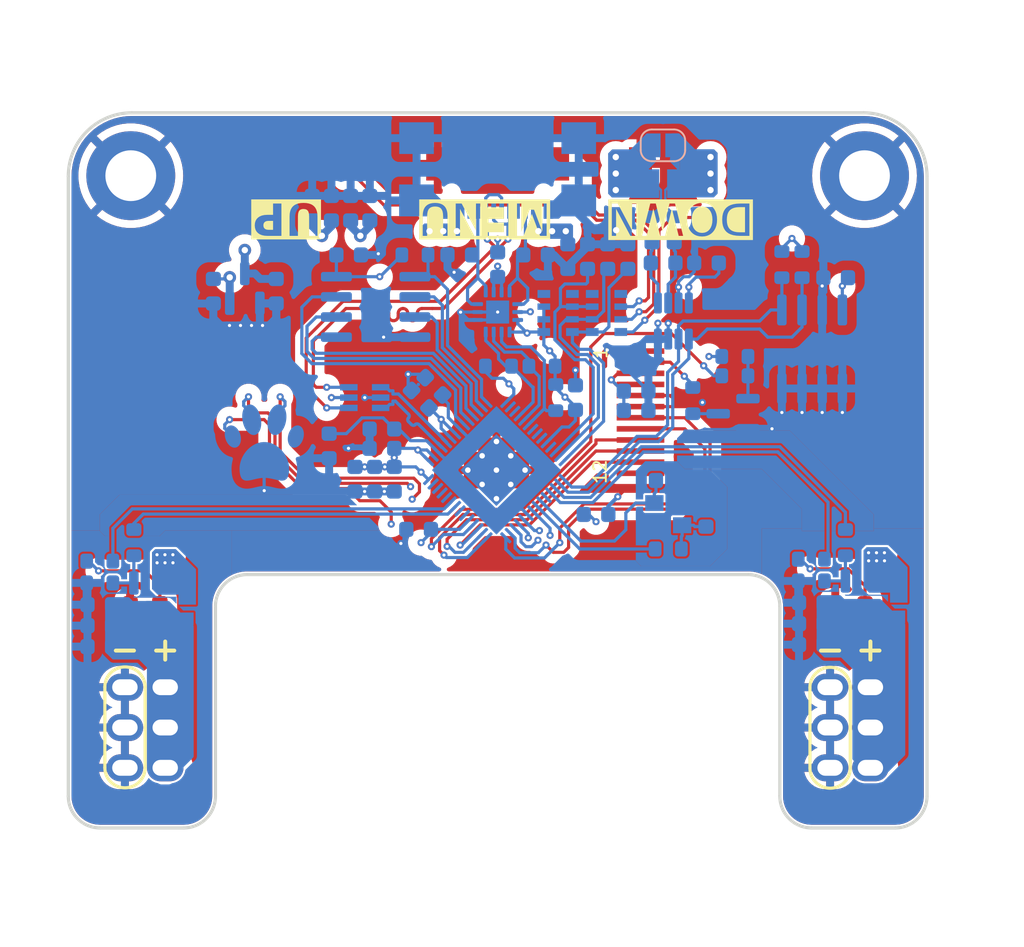
<source format=kicad_pcb>
(kicad_pcb (version 20221018) (generator pcbnew)
  (title_block (comment 4 "AISLER Project ID: XPAQMIJQ"))
  (layers (0 "F.Cu" signal) (1 "In1.Cu" signal) (2 "In2.Cu" signal) (3 "In3.Cu" signal) (4 "In4.Cu" signal) (31 "B.Cu" signal) (34 "B.Paste" user) (35 "F.Paste" user) (36 "B.SilkS" user "B.Silkscreen") (37 "F.SilkS" user "F.Silkscreen") (38 "B.Mask" user) (39 "F.Mask" user) (44 "Edge.Cuts" user))
  (net 0 "")
  (net 1 "+3V3")
  (net 2 "GND")
  (net 3 "VBUS")
  (net 4 "+1V1")
  (net 5 "/CC1")
  (net 6 "/CC2")
  (net 7 "/SW1")
  (net 8 "/SW2")
  (net 9 "/SW3")
  (net 10 "/MOSFETs/Right Power")
  (net 11 "/MOSFETs/Left Power")
  (net 12 "Net-(C38-Pad2)")
  (net 13 "/RP2040/XIN")
  (net 14 "Net-(U7-IN+)")
  (net 15 "Net-(U7-IN-)")
  (net 16 "Net-(D1-A)")
  (net 17 "Net-(D2-A)")
  (net 18 "/Display/BL_CTR")
  (net 19 "/LCD_D{slash}C")
  (net 20 "/LCD_CS")
  (net 21 "/LCD_SCK")
  (net 22 "/LCD_MOSI")
  (net 23 "/LCD_RST")
  (net 24 "/USB/USB_PRE_D+")
  (net 25 "/USB/USB_PRE_D-")
  (net 29 "/SWD")
  (net 30 "/SWCLK")
  (net 31 "/Power")
  (net 32 "Net-(Q2-C)")
  (net 33 "/RMOS")
  (net 34 "Net-(Q2-B)")
  (net 35 "/LMOS")
  (net 36 "/PD_INT_N")
  (net 37 "/RP2040/QSPI_SS")
  (net 38 "/RP2040/LED_RMOS")
  (net 39 "/LCD_BL")
  (net 40 "/PD_SDA")
  (net 41 "/PD_SCL")
  (net 42 "/I2C0_SDA")
  (net 43 "/I2C0_SCL")
  (net 44 "/RP2040/LED_LMOS")
  (net 45 "/RP2040/XOUT")
  (net 48 "Net-(RN1-R3.2)")
  (net 49 "Net-(RN1-R2.2)")
  (net 50 "Net-(RN1-R1.2)")
  (net 59 "/USB_D-")
  (net 60 "/USB_D+")
  (net 61 "/RP2040/QSPI_SD3")
  (net 62 "/RP2040/QSPI_SCLK")
  (net 63 "/RP2040/QSPI_SD0")
  (net 64 "/RP2040/QSPI_SD2")
  (net 65 "/RP2040/QSPI_SD1")
  (net 68 "/RST")
  (net 74 "/MOSFETs/RMOS_R100")
  (net 75 "/MOSFETs/LMOS_R100")
  (footprint "KiCAD Library:PTS636 SM25J SMTR LFS" (layer "F.Cu") (at 165.354 79.756 180)
    (fp_text reference "SW2" hide)
    (fp_text value "SW_DOWN")
  )
  (footprint "KiCAD Library:PTS636 SM25J SMTR LFS" (layer "F.Cu") (at 178.129 79.756 180)
    (fp_text reference "SW1" hide)
    (fp_text value "SW_MENU")
  )
  (footprint "Diode_SMD:D_0805_2012Metric" (layer "F.Cu") (at 187.564 107.696)
    (fp_text reference "D2" hide)
    (fp_text value "Red")
  )
  (footprint "" (layer "F.Cu") (at 165.2778 100.863122 45)
    (fp_text reference "")
    (fp_text value "")
  )
  (footprint "KiCAD Library:1.47 inch 12PIN ST7789" (layer "F.Cu") (at 174.354 95.408 90)
    (fp_text reference "DS1" hide)
    (fp_text value "ST7789_IPS_1.47" hide)
  )
  (footprint "" (layer "F.Cu") (at 166.179361 98.158439 45)
    (fp_text reference "")
    (fp_text value "")
  )
  (footprint "" (layer "F.Cu") (at 165.2778 97.256878 45)
    (fp_text reference "")
    (fp_text value "")
  )
  (footprint "" (layer "F.Cu") (at 165.2778 99.06 45)
    (fp_text reference "")
    (fp_text value "")
  )
  (footprint "" (layer "F.Cu") (at 167.080922 99.06 45)
    (fp_text reference "")
    (fp_text value "")
  )
  (footprint "" (layer "F.Cu") (at 164.376239 98.158439 45)
    (fp_text reference "")
    (fp_text value "")
  )
  (footprint "" (layer "F.Cu") (at 166.179361 99.961561 45)
    (fp_text reference "")
    (fp_text value "")
  )
  (footprint "" (layer "F.Cu") (at 164.376239 99.961561 45)
    (fp_text reference "")
    (fp_text value "")
  )
  (footprint "Diode_SMD:D_0805_2012Metric" (layer "F.Cu") (at 143.134 107.696)
    (fp_text reference "D1" hide)
    (fp_text value "Red")
  )
  (footprint "" (layer "F.Cu") (at 163.474678 99.06 45)
    (fp_text reference "")
    (fp_text value "")
  )
  (footprint "KiCAD Library:PTS636 SM25J SMTR LFS" (layer "F.Cu") (at 152.579 79.756 180)
    (fp_text reference "SW3" hide)
    (fp_text value "SW_CONF")
  )
  (footprint "Cuprum:R_0603_1608Metric" (layer "B.Cu") (at 169.0116 94.488 90)
    (fp_text reference "R1" hide)
    (fp_text value "1k")
  )
  (footprint "KiCAD Library:C_0603_1608Metric" (layer "B.Cu") (at 160.3756 102.7938 180)
    (fp_text reference "C16" hide)
    (fp_text value "100n")
  )
  (footprint "KiCAD Library:C_0603_1608Metric" (layer "B.Cu") (at 171.5516 101.854)
    (fp_text reference "C14" hide)
    (fp_text value "100n")
  )
  (footprint "KiCAD Library:C_0603_1608Metric" (layer "B.Cu") (at 153.67 82.55 90)
    (fp_text reference "C27" hide)
    (fp_text value "2u2")
  )
  (footprint "Cuprum:R_0603_1608Metric" (layer "B.Cu") (at 142.433 103.632 -90)
    (fp_text reference "R11" hide)
    (fp_text value "100")
  )
  (footprint "KiCAD Library:C_0603_1608Metric" (layer "B.Cu") (at 161.3408 93.7768 135)
    (fp_text reference "C8" hide)
    (fp_text value "100n")
  )
  (footprint "KiCAD Library:C_0603_1608Metric" (layer "B.Cu") (at 175.7807 86.0044)
    (fp_text reference "C40" hide)
    (fp_text value "100n")
  )
  (footprint "KiCAD Library:C_0603_1608Metric" (layer "B.Cu") (at 147.4422 87.78355 -90)
    (fp_text reference "C20" hide)
    (fp_text value "2u2")
  )
  (footprint "Package_TO_SOT_SMD:SOT-23-8" (layer "B.Cu") (at 176.4252 89.662 -90)
    (fp_text reference "U7" hide)
    (fp_text value "INA219AxDCN")
  )
  (footprint "Cuprum:R_0603_1608Metric" (layer "B.Cu") (at 180.3001 91.8972 180)
    (fp_text reference "R5" hide)
    (fp_text value "10k")
  )
  (footprint "Resistor_SMD:R_Array_Convex_4x0603" (layer "B.Cu") (at 169.164 89.154 180)
    (fp_text reference "RN2" hide)
    (fp_text value "10k")
  )
  (footprint "Cuprum:R_0603_1608Metric" (layer "B.Cu") (at 183.261 86.106 90)
    (fp_text reference "R12" hide)
    (fp_text value "1k")
  )
  (footprint "Jumper:SolderJumper-2_P1.3mm_Open_RoundedPad1.0x1.5mm" (layer "B.Cu") (at 175.768 78.5876)
    (fp_text reference "JP1" hide)
    (fp_text value "Jumper")
  )
  (footprint "Cuprum:R_0603_1608Metric" (layer "B.Cu") (at 165.404799 92.5068 180)
    (fp_text reference "R9" hide)
    (fp_text value "1k")
  )
  (footprint "KiCAD Library:C_0603_1608Metric" (layer "B.Cu") (at 157.6008 99.6318 -90)
    (fp_text reference "C32" hide)
    (fp_text value "100n")
  )
  (footprint "Resistor_SMD:R_Array_Convex_4x0603" (layer "B.Cu") (at 172.212 89.154)
    (fp_text reference "RN1" hide)
    (fp_text value "10k")
  )
  (footprint "KiCAD Library:C_0603_1608Metric" (layer "B.Cu") (at 178.4782 101.8464 -90)
    (fp_text reference "C38" hide)
    (fp_text value "8p")
  )
  (footprint "Package_TO_SOT_SMD:SOT-23" (layer "B.Cu") (at 143.383 107.1095 -90)
    (fp_text reference "Q1" hide)
    (fp_text value "IRLML2060")
  )
  (footprint "Cuprum:R_0603_1608Metric" (layer "B.Cu") (at 140.2866 106.172 180)
    (fp_text reference "R6" hide)
    (fp_text value "10k")
  )
  (footprint "KiCAD Library:C_0603_1608Metric" (layer "B.Cu") (at 165.354 86.106 90)
    (fp_text reference "C5" hide)
    (fp_text value "100n")
  )
  (footprint "KiCAD Library:C_0603_1608Metric" (layer "B.Cu") (at 154.880733 82.55 90)
    (fp_text reference "C26" hide)
    (fp_text value "2u2")
  )
  (footprint "Package_TO_SOT_SMD:SOT-23" (layer "B.Cu") (at 188.214 106.9845 -90)
    (fp_text reference "Q3" hide)
    (fp_text value "IRLML2060")
  )
  (footprint "Package_DFN_QFN:QFN-56-1EP_7x7mm_P0.4mm_EP3.2x3.2mm" (layer "B.Cu") (at 165.27466 99.06 -135)
    (fp_text reference "U2" hide)
    (fp_text value "RP2040")
  )
  (footprint "KiCAD Library:GCT_USB4110-GF-A_REVB" (layer "B.Cu") (at 165.354 81.5625)
    (fp_text reference "J1" hide)
    (fp_text value "USB4110-GF-A_REVB")
  )
  (footprint "Cuprum:R_0603_1608Metric" (layer "B.Cu") (at 176.4792 83.9216 90)
    (fp_text reference "R18" hide)
    (fp_text value "100")
  )
  (footprint "KiCAD Library:C_0603_1608Metric" (layer "B.Cu") (at 156.091466 82.55 90)
    (fp_text reference "C4" hide)
    (fp_text value "2u2")
  )
  (footprint "Cuprum:R_0603_1608Metric" (layer "B.Cu") (at 185.1176 104.6754)
    (fp_text reference "R14" hide)
    (fp_text value "270")
  )
  (footprint "Cuprum:R_0603_1608Metric" (layer "B.Cu") (at 140.2866 104.8004)
    (fp_text reference "R3" hide)
    (fp_text value "270")
  )
  (footprint "MountingHole:MountingHole_3.2mm_M3_DIN965_Pad_TopBottom" (layer "B.Cu") (at 188.468 80.5 180)
    (fp_text reference "H1" hide)
    (fp_text value "M3")
  )
  (footprint "KiCAD Library:C_0603_1608Metric" (layer "B.Cu") (at 140.2866 110.1852 180)
    (fp_text reference "C24" hide)
    (fp_text value "100n")
  )
  (footprint "KiCAD Library:C_0603_1608Metric" (layer "B.Cu") (at 169.7736 85.598 -90)
    (fp_text reference "C9" hide)
    (fp_text value "100n")
  )
  (footprint "Package_TO_SOT_SMD:SOT-23" (layer "B.Cu") (at 180.1876 95.504 180)
    (fp_text reference "Q2" hide)
    (fp_text value "BC817")
  )
  (footprint "KiCAD Library:SOT65P210X110-6N" (layer "B.Cu") (at 156.98 94.488 180)
    (fp_text reference "U5" hide)
    (fp_text value "USBUF02W6" hide)
  )
  (footprint "KiCAD Library:C_0603_1608Metric" (layer "B.Cu") (at 151.4046 87.78355 -90)
    (fp_text reference "C17" hide)
    (fp_text value "10u")
  )
  (footprint "KiCAD Library:C_0603_1608Metric" (layer "B.Cu") (at 155.969 85.4964)
    (fp_text reference "C37" hide)
    (fp_text value "100n")
  )
  (footprint "KiCAD Library:V1PM10HM3H" (layer "B.Cu") (at 190.627 107.063 -90)
    (fp_text reference "D4" hide)
    (fp_text value "V1PM10HM3/H\n" hide)
  )
  (footprint "KiCAD Library:C_0603_1608Metric" (layer "B.Cu") (at 186.6516 86.931 180)
    (fp_text reference "C31" hide)
    (fp_text value "100n")
  )
  (footprint "KiCAD Library:C_0603_1608Metric" (layer "B.Cu") (at 162.9664 85.4964 180)
    (fp_text reference "C7" hide)
    (fp_text value "330p")
  )
  (footprint "Package_SO:SOIC-8_3.9x4.9mm_P1.27mm" (layer "B.Cu") (at 157.669 88.773 180)
    (fp_text reference "U6" hide)
    (fp_text value "W25Q16JV")
  )
  (footprint "KiCAD Library:C_0603_1608Metric" (layer "B.Cu") (at 176.102 99.7128 180)
    (fp_text reference "C39" hide)
    (fp_text value "8p")
  )
  (footprint "Cuprum:R_0603_1608Metric" (layer "B.Cu") (at 176.102 104.0308)
    (fp_text reference "R15" hide)
    (fp_text value "1k")
  )
  (footprint "KiCAD Library:C_0603_1608Metric" (layer "B.Cu") (at 157.3022 82.55 90)
    (fp_text reference "C3" hide)
    (fp_text value "2u2")
  )
  (footprint "KiCAD Library:C_0603_1608Metric" (layer "B.Cu") (at 158.0642 96.4692 180)
    (fp_text reference "C6" hide)
    (fp_text value "1u")
  )
  (footprint "KiCAD Library:RESC3216X95N" (layer "B.Cu") (at 175.7807 81.0006)
    (fp_text reference "R16" hide)
    (fp_text value "2m" hide)
  )
  (footprint "Crystal:Crystal_SMD_2520-4Pin_2.5x2.0mm" (layer "B.Cu") (at 176.102 101.8352)
    (fp_text reference "Y1" hide)
    (fp_text value "12MHz")
  )
  (footprint "Cuprum:R_0603_1608Metric" (layer "B.Cu") (at 168.148 92.5068)
    (fp_text reference "R10" hide)
    (fp_text value "1k")
  )
  (footprint "Package_SO:SOIC-8_3.9x4.9mm_P1.27mm" (layer "B.Cu") (at 185.166 91.44 90)
    (fp_text reference "U3" hide)
    (fp_text value "FT24C04A")
  )
  (footprint "MountingHole:MountingHole_3.2mm_M3_DIN965_Pad_TopBottom" (layer "B.Cu") (at 142.24 80.5 180)
    (fp_text reference locked "H2" hide)
    (fp_text value "M3")
  )
  (footprint "KiCAD Library:C_0603_1608Metric" (layer "B.Cu") (at 167.7416 85.4964)
    (fp_text reference "C12" hide)
    (fp_text value "330p")
  )
  (footprint "KiCAD Library:C_0603_1608Metric" (layer "B.Cu") (at 171.0182 85.598 90)
    (fp_text reference "C21" hide)
    (fp_text value "RC_C")
  )
  (footprint "KiCAD Library:C_0603_1608Metric" (layer "B.Cu") (at 156.3624 99.6318 -90)
    (fp_text reference "C33" hide)
    (fp_text value "100n")
  )
  (footprint "KiCAD Library:V1PM10HM3H" (layer "B.Cu") (at 145.796 107.188 -90)
    (fp_text reference "D3" hide)
    (fp_text value "V1PM10HM3/H\n" hide)
  )
  (footprint "PawPad:pawpad" (layer "B.Cu") (at 150.6758 97.051 180)
    (fp_text reference "J4" hide)
    (fp_text value "PawPad_SWD" hide)
  )
  (footprint "Cuprum:R_0603_1608Metric" (layer "B.Cu") (at 184.531 86.106 90)
    (fp_text reference "R13" hide)
    (fp_text value "1k")
  )
  (footprint "Cuprum:R_0603_1608Metric" (layer "B.Cu") (at 180.3001 93.1164)
    (fp_text reference "R4" hide)
    (fp_text value "1k")
  )
  (footprint "KiCAD Library:C_0603_1608Metric" (layer "B.Cu") (at 174.0786 95.3008)
    (fp_text reference "C1" hide)
    (fp_text value "1u")
  )
  (footprint "KiCAD Library:C_0603_1608Metric" (layer "B.Cu") (at 172.2882 85.598 90)
    (fp_text reference "C19" hide)
    (fp_text value "RC_C")
  )
  (footprint "KiCAD Library:PinHeader_2x03_P2.54mm_Vertical_Elongated" (layer "B.Cu") (at 144.409 112.746 180)
    (fp_text reference "J2" hide)
    (fp_text value "R 2.54 mm")
  )
  (footprint "KiCAD Library:C_0603_1608Metric" (layer "B.Cu") (at 158.0642 97.6884 180)
    (fp_text reference "C35" hide)
    (fp_text value "1u")
  )
  (footprint "KiCAD Library:C_0603_1608Metric" (layer "B.Cu") (at 170.2562 94.488 90)
    (fp_text reference "C15" hide)
    (fp_text value "100n")
  )
  (footprint "KiCAD Library:C_0603_1608Metric" (layer "B.Cu") (at 160.4772 94.5896 135)
    (fp_text reference "C22" hide)
    (fp_text value "100n")
  )
  (footprint "KiCAD Library:C_0603_1608Metric" (layer "B.Cu") (at 178.5112 86.0044 180)
    (fp_text reference "C36" hide)
    (fp_text value "100n")
  )
  (footprint "Cuprum:R_0603_1608Metric" (layer "B.Cu") (at 177.6476 94.679 -90)
    (fp_text reference "R7" hide)
    (fp_text value "270")
  )
  (footprint "KiCAD Library:PinHeader_2x03_P2.54mm_Vertical_Elongated" (layer "B.Cu") (at 188.839 112.746 180)
    (fp_text reference "J3" hide)
    (fp_text value "L 2.54 mm")
  )
  (footprint "Cuprum:R_0603_1608Metric" (layer "B.Cu") (at 187.264 103.632 -90)
    (fp_text reference "R19" hide)
    (fp_text value "100")
  )
  (footprint "Cuprum:R_0603_1608Metric" (layer "B.Cu") (at 175.0822 83.9216 90)
    (fp_text reference "R17" hide)
    (fp_text value "100")
  )
  (footprint "Cuprum:R_0603_1608Metric" (layer "B.Cu") (at 160.144 85.4964 180)
    (fp_text reference "R2" hide)
    (fp_text value "DNF")
  )
  (footprint "Package_TO_SOT_SMD:SOT-23" (layer "B.Cu") (at 149.4234 87.6046 90)
    (fp_text reference "IC1" hide)
    (fp_text value "MCP1792T")
  )
  (footprint "KiCAD Library:C_0603_1608Metric" (layer "B.Cu") (at 140.2866 107.5436 180)
    (fp_text reference "C25" hide)
    (fp_text value "100p")
  )
  (footprint "KiCAD Library:C_0603_1608Metric" (layer "B.Cu") (at 158.8392 99.6318 -90)
    (fp_text reference "C34" hide)
    (fp_text value "100n")
  )
  (footprint "KiCAD Library:C_0603_1608Metric" (layer "B.Cu") (at 185.1176 107.4186 180)
    (fp_text reference "C30" hide)
    (fp_text value "100p")
  )
  (footprint "KiCAD Library:C_0603_1608Metric" (layer "B.Cu") (at 154.7368 97.536 -90)
    (fp_text reference "C10" hide)
    (fp_text value "100n")
  )
  (footprint "Cuprum:R_0603_1608Metric" (layer "B.Cu") (at 185.1176 106.047 180)
    (fp_text reference "R8" hide)
    (fp_text value "10k")
  )
  (footprint "KiCAD Library:C_0603_1608Metric" (layer "B.Cu") (at 185.1176 108.7394 180)
    (fp_text reference "C28" hide)
    (fp_text value "1u")
  )
  (footprint "KiCAD Library:C_0603_1608Metric" (layer "B.Cu") (at 185.1176 110.0602 180)
    (fp_text reference "C29" hide)
    (fp_text value "100n")
  )
  (footprint "KiCAD Library:C_0603_1608Metric" (layer "B.Cu") (at 173.5582 85.598 90)
    (fp_text reference "C18" hide)
    (fp_text value "RC_C")
  )
  (footprint "KiCAD Library:C_0603_1608Metric" (layer "B.Cu") (at 174.0786 94.0816)
    (fp_text reference "C2" hide)
    (fp_text value "100n")
  )
  (footprint "KiCAD Library:C_0603_1608Metric" (layer "B.Cu") (at 140.2866 108.8644 180)
    (fp_text reference "C23" hide)
    (fp_text value "1u")
  )
  (footprint "Package_DFN_QFN:WQFN-14-1EP_2.5x2.5mm_P0.5mm_EP1.45x1.45mm" (layer "B.Cu") (at 165.354 89.0957 180)
    (fp_text reference "U1" hide)
    (fp_text value "FUSB302BMPX" hide)
  )
  (gr_line locked (start 185.0302 117.841) (end 185.0302 112.761) (stroke (width 0.2)) (layer "F.SilkS"))
  (gr_line locked (start 143.1456 112.736) (end 143.1456 117.816) (stroke (width 0.2)) (layer "F.SilkS"))
  (gr_line locked (start 187.5702 112.761) (end 187.5702 117.841) (stroke (width 0.2)) (layer "F.SilkS"))
  (gr_arc locked (start 143.1456 117.816) (mid 141.8756 119.086) (end 140.6056 117.816) (stroke (width 0.2)) (layer "F.SilkS"))
  (gr_arc locked (start 187.5702 117.841) (mid 186.3002 119.111) (end 185.0302 117.841) (stroke (width 0.2)) (layer "F.SilkS"))
  (gr_line locked (start 140.6056 117.816) (end 140.6056 112.736) (stroke (width 0.2)) (layer "F.SilkS"))
  (gr_arc locked (start 140.6056 112.736) (mid 141.8756 111.466) (end 143.1456 112.736) (stroke (width 0.2)) (layer "F.SilkS"))
  (gr_arc locked (start 185.0302 112.7968) (mid 186.282044 111.490718) (end 187.5702 112.761) (stroke (width 0.2)) (layer "F.SilkS"))
  (gr_arc locked (start 138.303 80.536) (mid 139.474565 77.707565) (end 142.303 76.536) (stroke (width 0.2)) (layer "Edge.Cuts"))
  (gr_arc locked (start 192.404808 119.635571) (mid 191.812139 121.037046) (end 190.404904 121.615903) (stroke (width 0.2)) (layer "Edge.Cuts"))
  (gr_line locked (start 183.134 107.646) (end 183.134 119.584741) (stroke (width 0.2)) (layer "Edge.Cuts"))
  (gr_arc locked (start 188.405 76.536) (mid 191.233408 77.707592) (end 192.405 80.536) (stroke (width 0.2)) (layer "Edge.Cuts"))
  (gr_line locked (start 140.303 121.616) (end 145.574 121.616) (stroke (width 0.2)) (layer "Edge.Cuts"))
  (gr_arc locked (start 185.133751 121.615897) (mid 183.708572 121.019047) (end 183.134 119.584741) (stroke (width 0.2)) (layer "Edge.Cuts"))
  (gr_line locked (start 147.574 119.616) (end 147.574 107.646) (stroke (width 0.2)) (layer "Edge.Cuts"))
  (gr_line locked (start 188.405 76.536) (end 142.303 76.536) (stroke (width 0.2)) (layer "Edge.Cuts"))
  (gr_arc locked (start 147.574 107.646) (mid 148.159779 106.231779) (end 149.574 105.646) (stroke (width 0.2)) (layer "Edge.Cuts"))
  (gr_line locked (start 192.405 119.616) (end 192.405 80.536) (stroke (width 0.2)) (layer "Edge.Cuts"))
  (gr_line locked (start 149.574 105.646) (end 181.134 105.646) (stroke (width 0.2)) (layer "Edge.Cuts"))
  (gr_arc locked (start 140.303 121.616) (mid 138.888767 121.030233) (end 138.303 119.616) (stroke (width 0.2)) (layer "Edge.Cuts"))
  (gr_arc locked (start 147.574 119.616) (mid 146.988206 121.030206) (end 145.574 121.616) (stroke (width 0.2)) (layer "Edge.Cuts"))
  (gr_line locked (start 185.133751 121.615903) (end 190.404904 121.615903) (stroke (width 0.2)) (layer "Edge.Cuts"))
  (gr_line locked (start 192.404808 119.635571) (end 192.405 119.616) (stroke (width 0.2)) (layer "Edge.Cuts"))
  (gr_arc locked (start 181.134 105.646) (mid 182.548195 106.231805) (end 183.134 107.646) (stroke (width 0.2)) (layer "Edge.Cuts"))
  (gr_line locked (start 138.303 80.536) (end 138.303 119.616) (stroke (width 0.2)) (layer "Edge.Cuts"))
  (gr_text "-" (at 141.869 110.326) (layer "F.SilkS") (effects (font (size 1.5 1.5) (thickness 0.25) bold)))
  (gr_text "MENU" (at 168.714782 81.915 180) (layer "F.SilkS" knockout) (effects (font (size 2 2)) (justify left bottom)))
  (gr_text "+" (at 188.839 110.326) (layer "F.SilkS") (effects (font (size 1.5 1.5) (thickness 0.25) bold)))
  (gr_text "+" (at 144.409 110.326) (layer "F.SilkS") (effects (font (size 1.5 1.5) (thickness 0.25) bold)))
  (gr_text "UP" (at 154.259391 81.915 180) (layer "F.SilkS" knockout) (effects (font (size 2 2) (thickness 0.3) bold) (justify left bottom)))
  (gr_text "DOWN" (at 181.489782 81.915 180) (layer "F.SilkS" knockout) (effects (font (size 2 2)) (justify left bottom)))
  (gr_text "-" (at 186.299 110.326) (layer "F.SilkS") (effects (font (size 1.5 1.5) (thickness 0.25) bold)))
  (segment (start 172.5168 93.3704) (end 172.9292 92.958) (width 0.2) (layer "F.Cu") (net 1))
  (segment (start 172.8044 93.658) (end 172.5168 93.3704) (width 0.2) (layer "F.Cu") (net 1))
  (segment (start 172.9292 92.958) (end 174.354 92.958) (width 0.2) (layer "F.Cu") (net 1))
  (segment (start 174.354 93.658) (end 172.8044 93.658) (width 0.2) (layer "F.Cu") (net 1))
  (via (at 168.656 103.1748) (size 0.45) (drill 0.2) (layers "F.Cu" "B.Cu") (net 1))
  (via (at 171.5516 102.3112) (size 0.45) (drill 0.2) (layers "F.Cu" "B.Cu") (net 1))
  (via (at 154.8812 94.488) (size 0.45) (drill 0.2) (layers "F.Cu" "B.Cu") (net 1))
  (via (at 160.528 103.632) (size 0.45) (drill 0.2) (layers "F.Cu" "B.Cu") (net 1))
  (via (at 156.972 98.8568) (size 0.45) (drill 0.2) (layers "F.Cu" "B.Cu") (net 1))
  (via (at 166.0652 93.6244) (size 0.45) (drill 0.2) (layers "F.Cu" "B.Cu") (net 1))
  (via (at 160.3248 97.79) (size 0.45) (drill 0.2) (layers "F.Cu" "B.Cu") (net 1))
  (via (at 160.528 99.187) (size 0.45) (drill 0.2) (layers "F.Cu" "B.Cu") (net 1))
  (via (at 167.2082 90.424) (size 0.45) (drill 0.2) (layers "F.Cu" "B.Cu") (net 1))
  (via (at 161.794709 95.862891) (size 0.45) (drill 0.2) (layers "F.Cu" "B.Cu") (net 1))
  (via (at 168.6306 91.5416) (size 0.45) (drill 0.2) (layers "F.Cu" "B.Cu") (net 1))
  (via (at 187.071 87.4522) (size 0.45) (drill 0.2) (layers "F.Cu" "B.Cu") (net 1))
  (via (at 148.4734 86.90975) (size 0.8) (drill 0.4) (layers "F.Cu" "B.Cu") (net 1))
  (via (at 157.923001 86.868) (size 0.45) (drill 0.2) (layers "F.Cu" "B.Cu") (net 1))
  (via (at 183.896 84.455) (size 0.45) (drill 0.2) (layers "F.Cu" "B.Cu") (net 1))
  (via (at 158.8392 98.2726) (size 0.45) (drill 0.2) (layers "F.Cu" "B.Cu") (net 1))
  (via (at 165.354 86.2076) (size 0.45) (drill 0.2) (layers "F.Cu" "B.Cu") (net 1))
  (via (at 169.5958 94.4626) (size 0.45) (drill 0.2) (layers "F.Cu" "B.Cu") (net 1))
  (via (at 172.5168 93.3704) (size 0.45) (drill 0.2) (layers "F.Cu" "B.Cu") (net 1))
  (via (at 177.4002 87.5245) (size 0.45) (drill 0.2) (layers "F.Cu" "B.Cu") (net 1))
  (via (at 158.242 98.8568) (size 0.45) (drill 0.2) (layers "F.Cu" "B.Cu") (net 1))
  (via (at 178.666287 91.896977) (size 0.45) (drill 0.2) (layers "F.Cu" "B.Cu") (net 1))
  (segment (start 177.856048 86.8934) (end 179.0446 86.8934) (width 0.2) (layer "B.Cu") (net 1))
  (segment (start 166.0652 93.6244) (end 165.7096 93.2688) (width 0.2) (layer "B.Cu") (net 1))
  (segment (start 165.104 87.1957) (end 165.354 86.9457) (width 0.2) (layer "B.Cu") (net 1))
  (segment (start 155.194 86.868) (end 157.923001 86.868) (width 0.2) (layer "B.Cu") (net 1))
  (segment (start 166.0652 93.6244) (end 166.37 93.9292) (width 0.2) (layer "B.Cu") (net 1))
  (segment (start 161.005503 98.467798) (end 161.002598 98.467798) (width 0.2) (layer "B.Cu") (net 1))
  (segment (start 161.069426 95.137608) (end 161.025208 95.137608) (width 0.2) (layer "B.Cu") (net 1))
  (segment (start 158.8392 97.6884) (end 158.8392 98.8568) (width 0.2) (layer "B.Cu") (net 1))
  (segment (start 165.604 87.8332) (end 165.604 87.1957) (width 0.2) (layer "B.Cu") (net 1))
  (segment (start 168.656 102.724183) (end 167.563918 101.632101) (width 0.2) (layer "B.Cu") (net 1))
  (segment (start 157.9474 86.868) (end 159.319 85.4964) (width 0.2) (layer "B.Cu") (net 1))
  (segment (start 148.4734 86.90975) (end 148.4734 88.5421) (width 0.5) (layer "B.Cu") (net 1))
  (segment (start 167.2782 90.354) (end 167.2082 90.424) (width 0.2) (layer "B.Cu") (net 1))
  (segment (start 160.3248 97.79) (end 160.893391 97.79) (width 0.2) (layer "B.Cu") (net 1))
  (segment (start 173.228 94.0816) (end 172.5168 93.3704) (width 0.2) (layer "B.Cu") (net 1))
  (segment (start 164.579799 92.850199) (end 164.579799 92.5068) (width 0.2) (layer "B.Cu") (net 1))
  (segment (start 165.604 87.1957) (end 165.354 86.9457) (width 0.2) (layer "B.Cu") (net 1))
  (segment (start 148.3746 87.00855) (end 148.4734 86.90975) (width 0.2) (layer "B.Cu") (net 1))
  (segment (start 184.531 85.281) (end 184.531 85.09) (width 0.2) (layer "B.Cu") (net 1))
  (segment (start 173.3036 94.0816) (end 173.228 94.0816) (width 0.2) (layer "B.Cu") (net 1))
  (segment (start 168.264 89.554) (end 168.264 88.754) (width 0.2) (layer "B.Cu") (net 1))
  (segment (start 161.002598 98.467798) (end 160.3248 97.79) (width 0.2) (layer "B.Cu") (net 1))
  (segment (start 161.1506 102.7938) (end 162.955073 102.7938) (width 0.2) (layer "B.Cu") (net 1))
  (segment (start 165.354 86.2076) (end 165.354 86.881) (width 0.2) (layer "B.Cu") (net 1))
  (segment (start 167.1424 90.3582) (end 167.2082 90.424) (width 0.2) (layer "B.Cu") (net 1))
  (segment (start 168.973 91.884) (end 168.6306 91.5416) (width 0.2) (layer "B.Cu") (net 1))
  (segment (start 173.3036 95.3008) (end 173.3036 94.0816) (width 0.2) (layer "B.Cu") (net 1))
  (segment (start 161.794709 95.862891) (end 161.794709 96.428578) (width 0.2) (layer "B.Cu") (net 1))
  (segment (start 169.6974 94.5134) (end 169.6466 94.5134) (width 0.2) (layer "B.Cu") (net 1))
  (segment (start 169.0116 93.663) (end 169.0116 93.8784) (width 0.2) (layer "B.Cu") (net 1))
  (segment (start 160.993202 99.652202) (end 160.528 99.187) (width 0.2) (layer "B.Cu") (net 1))
  (segment (start 168.973 93.6244) (end 169.0116 93.663) (width 0.2) (layer "B.Cu") (net 1))
  (segment (start 177.4002 87.5245) (end 177.4002 87.349248) (width 0.2) (layer "B.Cu") (net 1))
  (segment (start 161.794709 96.428578) (end 162.419716 97.053585) (width 0.2) (layer "B.Cu") (net 1))
  (segment (start 179.0446 86.8934) (end 179.2862 86.6518) (width 0.2) (layer "B.Cu") (net 1))
  (segment (start 161.1506 102.7938) (end 161.1506 103.0094) (width 0.2) (layer "B.Cu") (net 1))
  (segment (start 161.005503 99.652202) (end 160.993202 99.652202) (width 0.2) (layer "B.Cu") (net 1))
  (segment (start 171.5516 102.3112) (end 171.0944 101.854) (width 0.2) (layer "B.Cu") (net 1))
  (segment (start 162.702559 96.770742) (end 161.794709 95.862892) (width 0.2) (layer "B.Cu") (net 1))
  (segment (start 157.923001 86.868) (end 157.9474 86.868) (width 0.2) (layer "B.Cu") (net 1))
  (segment (start 166.37 93.9292) (end 166.37 94.287705) (width 0.2) (layer "B.Cu") (net 1))
  (segment (start 170.2562 95.0722) (end 169.6974 94.5134) (width 0.2) (layer "B.Cu") (net 1))
  (segment (start 166.104 90.3582) (end 167.1424 90.3582) (width 0.2) (layer "B.Cu") (net 1))
  (segment (start 168.264 90.354) (end 167.2782 90.354) (width 0.2) (layer "B.Cu") (net 1))
  (segment (start 177.4002 87.349248) (end 177.856048 86.8934) (width 0.2) (layer "B.Cu") (net 1))
  (segment (start 160.2232 97.6884) (end 160.3248 97.79) (width 0.2) (layer "B.Cu") (net 1))
  (segment (start 161.1506 103.0094) (end 160.528 103.632) (width 0.2) (layer "B.Cu") (net 1))
  (segment (start 160.893391 97.79) (end 161.288346 98.184955) (width 0.2) (layer "B.Cu") (net 1))
  (segment (start 166.6165 89.5957) (end 166.6165 89.8323) (width 0.2) (layer "B.Cu") (net 1))
  (segment (start 169.0116 93.8784) (end 169.5958 94.4626) (width 0.2) (layer "B.Cu") (net 1))
  (segment (start 168.973 92.5068) (end 168.973 91.884) (width 0.2) (layer "B.Cu") (net 1))
  (segment (start 147.4422 87.00855) (end 148.3746 87.00855) (width 0.2) (layer "B.Cu") (net 1))
  (segment (start 170.2562 95.263) (end 170.2562 95.0722) (width 0.2) (layer "B.Cu") (net 1))
  (segment (start 169.6466 94.5134) (end 169.5958 94.4626) (width 0.2) (layer "B.Cu") (net 1))
  (segment (start 168.264 91.175) (end 168.6306 91.5416) (width 0.2) (layer "B.Cu") (net 1))
  (segment (start 168.973 92.5068) (end 168.973 93.6244) (width 0.2) (layer "B.Cu") (net 1))
  (segment (start 154.8812 94.488) (end 155.98 94.488) (width 0.2) (layer "B.Cu") (net 1))
  (segment (start 161.794709 95.862891) (end 161.069426 95.137608) (width 0.2) (layer "B.Cu") (net 1))
  (segment (start 168.264 90.354) (end 168.264 89.554) (width 0.2) (layer "B.Cu") (net 1))
  (segment (start 165.104 87.8332) (end 165.104 87.1957) (width 0.2) (layer "B.Cu") (net 1))
  (segment (start 169.406673 96.3422) (end 169.8498 96.3422) (width 0.2) (layer "B.Cu") (net 1))
  (segment (start 160.1978 98.8568) (end 160.528 99.187) (width 0.2) (layer "B.Cu") (net 1))
  (segment (start 169.8498 96.3422) (end 170.2562 95.9358) (width 0.2) (layer "B.Cu") (net 1))
  (segment (start 158.8392 98.8568) (end 160.1978 98.8568) (width 0.2) (layer "B.Cu") (net 1))
  (segment (start 158.8392 97.6884) (end 160.2232 97.6884) (width 0.2) (layer "B.Cu") (net 1))
  (segment (start 165.7096 93.2688) (end 164.9984 93.2688) (width 0.2) (layer "B.Cu") (net 1))
  (segment (start 166.37 94.287705) (end 165.866862 94.790843) (width 0.2) (layer "B.Cu") (net 1))
  (segment (start 155.194 86.868) (end 155.194 85.4964) (width 0.2) (layer "B.Cu") (net 1))
  (segment (start 162.955073 102.7938) (end 163.551087 102.197786) (width 0.2) (layer "B.Cu") (net 1))
  (segment (start 187.071 88.965) (end 187.071 87.4522) (width 0.2) (layer "B.Cu") (net 1))
  (segment (start 168.656 103.1748) (end 168.656 102.724183) (width 0.2) (layer "B.Cu") (net 1))
  (segment (start 166.6165 89.8323) (end 167.2082 90.424) (width 0.2) (layer "B.Cu") (net 1))
  (segment (start 179.4751 91.8972) (end 178.66651 91.8972) (width 0.2) (layer "B.Cu") (net 1))
  (segment (start 183.261 85.281) (end 183.261 85.09) (width 0.2) (layer "B.Cu") (net 1))
  (segment (start 177.4002 87.5245) (end 177.4002 88.5245) (width 0.2) (layer "B.Cu") (net 1))
  (segment (start 178.66651 91.8972) (end 178.666287 91.896977) (width 0.2) (layer "B.Cu") (net 1))
  (segment (start 164.9984 93.2688) (end 164.579799 92.850199) (width 0.2) (layer "B.Cu") (net 1))
  (segment (start 168.264 90.354) (end 168.264 91.175) (width 0.2) (layer "B.Cu") (net 1))
  (segment (start 183.261 85.09) (end 183.896 84.455) (width 0.2) (layer "B.Cu") (net 1))
  (segment (start 168.412446 97.336427) (end 169.406673 96.3422) (width 0.2) (layer "B.Cu") (net 1))
  (segment (start 161.794709 95.862892) (end 161.794709 95.862891) (width 0.2) (layer "B.Cu") (net 1))
  (segment (start 156.3624 98.8568) (end 158.8392 98.8568) (width 0.2) (layer "B.Cu") (net 1))
  (segment (start 179.2862 86.6518) (end 179.2862 86.0044) (width 0.2) (layer "B.Cu") (net 1))
  (segment (start 184.531 85.09) (end 183.896 84.455) (width 0.2) (layer "B.Cu") (net 1))
  (segment (start 171.0944 101.854) (end 170.7766 101.854) (width 0.2) (layer "B.Cu") (net 1))
  (segment (start 170.2562 95.9358) (end 170.2562 95.263) (width 0.2) (layer "B.Cu") (net 1))
  (segment (start 174.1424 100.1776) (end 174.354 99.966) (width 0.2) (layer "F.Cu") (net 2))
  (segment (start 174.354 94.358) (end 177.8224 94.358) (width 0.2) (layer "F.Cu") (net 2))
  (segment (start 173.482 100.1776) (end 174.1424 100.1776) (width 0.2) (layer "F.Cu") (net 2))
  (segment (start 174.354 99.966) (end 174.354 99.258) (width 0.2) (layer "F.Cu") (net 2))
  (segment (start 172.9232 100.7364) (end 173.482 100.1776) (width 0.2) (layer "F.Cu") (net 2))
  (segment (start 172.2628 91.4908) (end 172.33 91.558) (width 0.2) (layer "F.Cu") (net 2))
  (segment (start 177.8224 94.358) (end 178.2572 94.7928) (width 0.2) (layer "F.Cu") (net 2))
  (segment (start 177.992 95.058) (end 178.2572 94.7928) (width 0.2) (layer "F.Cu") (net 2))
  (segment (start 172.33 91.558) (end 174.354 91.558) (width 0.2) (layer "F.Cu") (net 2))
  (segment (start 174.354 95.058) (end 177.992 95.058) (width 0.2) (layer "F.Cu") (net 2))
  (via (at 184.531 95.4278) (size 0.45) (drill 0.2) (layers "F.Cu" "B.Cu") (net 2))
  (via (at 187.071 95.4278) (size 0.45) (drill 0.2) (layers "F.Cu" "B.Cu") (net 2))
  (via (at 155.956 97.6884) (size 0.45) (drill 0.2) (layers "F.Cu" "B.Cu") (net 2))
  (via (at 172.9232 100.7364) (size 0.45) (drill 0.2) (layers "F.Cu" "B.Cu") (net 2))
  (via (at 149.846732 89.94255) (size 0.45) (drill 0.2) (layers "F.Cu" "B.Cu") (net 2))
  (via (at 156.98 94.488) (size 0.45) (drill 0.2) (layers "F.Cu" "B.Cu") (net 2))
  (via (at 148.4582 89.94255) (size 0.45) (drill 0.2) (layers "F.Cu" "B.Cu") (net 2))
  (via (at 159.258 103.6828) (size 0.45) (drill 0.2) (layers "F.Cu" "B.Cu") (net 2))
  (via (at 159.7152 93.0148) (size 0.45) (drill 0.2) (layers "F.Cu" "B.Cu") (net 2))
  (via (at 172.8216 83.9353) (size 0.8) (drill 0.4) (layers "F.Cu" "B.Cu") (net 2))
  (via (at 172.2628 91.4908) (size 0.45) (drill 0.2) (layers "F.Cu" "B.Cu") (net 2))
  (via (at 158.169 90.678) (size 0.45) (drill 0.2) (layers "F.Cu" "B.Cu") (net 2))
  (via (at 157.8356 85.4202) (size 0.45) (drill 0.2) (layers "F.Cu" "B.Cu") (net 2))
  (via (at 149.152466 89.94255) (size 0.45) (drill 0.2) (layers "F.Cu" "B.Cu") (net 2))
  (via (at 158.2166 100.4062) (size 0.45) (drill 0.2) (layers "F.Cu" "B.Cu") (net 2))
  (via (at 170.2562 92.7608) (size 0.45) (drill 0.2) (layers "F.Cu" "B.Cu") (net 2))
  (via (at 182.6379 96.454) (size 0.45) (drill 0.2) (layers "F.Cu" "B.Cu") (net 2))
  (via (at 185.801 95.4278) (size 0.45) (drill 0.2) (layers "F.Cu" "B.Cu") (net 2))
  (via (at 183.261 95.4278) (size 0.45) (drill 0.2) (layers "F.Cu" "B.Cu") (net 2))
  (via (at 165.354 84.5058) (size 0.45) (drill 0.2) (layers "F.Cu" "B.Cu") (net 2))
  (via (at 150.541 89.94255) (size 0.45) (drill 0.2) (layers "F.Cu" "B.Cu") (net 2))
  (via (at 175.4502 89.7995) (size 0.45) (drill 0.2) (layers "F.Cu" "B.Cu") (net 2))
  (via (at 176.7502 87.5245) (size 0.45) (drill 0.2) (layers "F.Cu" "B.Cu") (net 2))
  (via (at 178.2572 94.7928) (size 0.45) (drill 0.2) (layers "F.Cu" "B.Cu") (net 2))
  (via (at 163.0172 89.1032) (size 0.45) (drill 0.2) (layers "F.Cu" "B.Cu") (net 2))
  (via (at 150.6474 100.3554) (size 0.45) (drill 0.2) (layers "F.Cu" "B.Cu") (net 2))
  (via (at 162.6108 86.5886) (size 0.45) (drill 0.2) (layers "F.Cu" "B.Cu") (net 2))
  (via (at 176.1002 89.7995) (size 0.45) (drill 0.2) (layers "F.Cu" "B.Cu") (net 2))
  (via (at 165.354 89.0957) (size 0.45) (drill 0.2) (layers "F.Cu" "B.Cu") (net 2))
  (via (at 156.972 100.4062) (size 0.45) (drill 0.2) (layers "F.Cu" "B.Cu") (net 2))
  (via (at 185.801 87.4522) (size 0.45) (drill 0.2) (layers "F.Cu" "B.Cu") (net 2))
  (segment (start 185.801 93.915) (end 185.801 95.4278) (width 0.2) (layer "B.Cu") (net 2))
  (segment (start 147.4422 88.55855) (end 147.4422 89.48535) (width 0.5) (layer "B.Cu") (net 2))
  (segment (start 160.5788 93.0148) (end 160.792792 93.228792) (width 0.2) (layer "B.Cu") (net 2))
  (segment (start 176.1002 89.7995) (end 176.1002 90.7995) (width 0.2) (layer "B.Cu") (net 2))
  (segment (start 176.7502 87.1812) (end 177.0634 86.868) (width 0.2) (layer "B.Cu") (net 2))
  (segment (start 171.4637 83.9353) (end 172.8216 83.9353) (width 0.5) (layer "B.Cu") (net 2))
  (segment (start 164.0915 89.0957) (end 165.354 89.0957) (width 0.2) (layer "B.Cu") (net 2))
  (segment (start 176.7502 87.5245) (end 176.7502 87.1812) (width 0.2) (layer "B.Cu") (net 2))
  (segment (start 169.7736 86.373) (end 169.7736 86.2076) (width 0.5) (layer "B.Cu") (net 2))
  (segment (start 169.7736 86.2076) (end 171.0182 84.963) (width 0.5) (layer "B.Cu") (net 2))
  (segment (start 151.4046 89.48535) (end 151.4046 88.55855) (width 0.5) (layer "B.Cu") (net 2))
  (segment (start 177.419 86.868) (end 177.7362 86.5508) (width 0.2) (layer "B.Cu") (net 2))
  (segment (start 160.360992 93.660592) (end 160.360992 93.660592) (width 0.2) (layer "B.Cu") (net 2))
  (segment (start 181.1251 96.454) (end 182.6379 96.454) (width 0.2) (layer "B.Cu") (net 2))
  (segment (start 164.0915 89.5957) (end 163.5097 89.5957) (width 0.2) (layer "B.Cu") (net 2))
  (segment (start 168.897 85.4964) (end 169.7736 86.373) (width 0.5) (layer "B.Cu") (net 2))
  (segment (start 150.64298 100.35098) (end 150.6474 100.3554) (width 0.2) (layer "B.Cu") (net 2))
  (segment (start 164.0915 89.5957) (end 164.854 89.5957) (width 0.2) (layer "B.Cu") (net 2))
  (segment (start 150.64298 98.635) (end 150.64298 100.35098) (width 0.2) (layer "B.Cu") (net 2))
  (segment (start 150.287 89.94255) (end 150.3886 89.94255) (width 0.5) (layer "B.Cu") (net 2))
  (segment (start 171.0182 84.963) (end 171.0182 84.823) (width 0.5) (layer "B.Cu") (net 2))
  (segment (start 149.017 89.94255) (end 149.7282 89.94255) (width 0.5) (layer "B.Cu") (net 2))
  (segment (start 162.1914 86.1692) (end 162.6108 86.5886) (width 0.2) (layer "B.Cu") (net 2))
  (segment (start 163.5097 89.5957) (end 163.0172 89.1032) (width 0.2) (layer "B.Cu") (net 2))
  (segment (start 183.261 93.915) (end 183.261 95.4278) (width 0.2) (layer "B.Cu") (net 2))
  (segment (start 149.7282 89.94255) (end 150.287 89.94255) (width 0.5) (layer "B.Cu") (net 2))
  (segment (start 150.3734 88.5421) (end 150.3734 89.85615) (width 0.5) (layer "B.Cu") (net 2))
  (segment (start 150.3886 89.94255) (end 150.9474 89.94255) (width 0.5) (layer "B.Cu") (net 2))
  (segment (start 172.3266 101.854) (end 172.3266 101.333) (width 0.25) (layer "B.Cu") (net 2))
  (segment (start 176.3898 101.7224) (end 176.977 101.1352) (width 0.2) (layer "B.Cu") (net 2))
  (segment (start 150.3734 89.85615) (end 150.287 89.94255) (width 0.5) (layer "B.Cu") (net 2))
  (segment (start 147.4422 89.48535) (end 147.8994 89.94255) (width 0.5) (layer "B.Cu") (net 2))
  (segment (start 185.801 88.965) (end 185.801 87.4522) (width 0.2) (layer "B.Cu") (net 2))
  (segment (start 170.464 82.9356) (end 171.4637 83.9353) (width 0.5) (layer "B.Cu") (net 2))
  (segment (start 157.7594 85.4964) (end 157.8356 85.4202) (width 0.2) (layer "B.Cu") (net 2))
  (segment (start 162.1914 85.4964) (end 162.1914 85.5218) (width 0.2) (layer "B.Cu") (net 2))
  (segment (start 159.7152 93.0148) (end 159.7152 93.8276) (width 0.2) (layer "B.Cu") (net 2))
  (segment (start 177.0634 86.868) (end 177.419 86.868) (width 0.2) (layer "B.Cu") (net 2))
  (segment (start 165.354 84.5058) (end 165.354 85.331) (width 0.2) (layer "B.Cu") (net 2))
  (segment (start 177.7362 86.5508) (end 177.7362 86.0044) (width 0.2) (layer "B.Cu") (net 2))
  (segment (start 159.7152 93.0148) (end 160.5788 93.0148) (width 0.2) (layer "B.Cu") (net 2))
  (segment (start 151.38815 88.5421) (end 151.4046 88.55855) (width 0.5) (layer "B.Cu") (net 2))
  (segment (start 174.8536 94.0816) (end 174.8536 95.3008) (width 0.2) (layer "B.Cu") (net 2))
  (segment (start 156.744 85.4964) (end 157.7594 85.4964) (width 0.2) (layer "B.Cu") (net 2))
  (segment (start 170.2562 93.713) (end 170.2562 92.7608) (width 0.2) (layer "B.Cu") (net 2))
  (segment (start 176.0398 101.7224) (end 176.3898 101.7224) (width 0.2) (layer "B.Cu") (net 2))
  (segment (start 172.3266 101.333) (end 172.9232 100.7364) (width 0.25) (layer "B.Cu") (net 2))
  (segment (start 147.8994 89.94255) (end 148.3058 89.94255) (width 0.5) (layer "B.Cu") (net 2))
  (segment (start 172.2882 84.4687) (end 172.8216 83.9353) (width 0.5) (layer "B.Cu") (net 2))
  (segment (start 174.8536 94.0816) (end 172.2628 91.4908) (width 0.2) (layer "B.Cu") (net 2))
  (segment (start 150.3734 88.5421) (end 151.38815 88.5421) (width 0.5) (layer "B.Cu") (net 2))
  (segment (start 160.144001 90.678) (end 158.169 90.678) (width 0.2) (layer "B.Cu") (net 2))
  (segment (start 156.98 94.488) (end 157.98 94.488) (width 0.2) (layer "B.Cu") (net 2))
  (segment (start 150.9474 89.94255) (end 151.4046 89.48535) (width 0.5) (layer "B.Cu") (net 2))
  (segment (start 148.3058 89.94255) (end 149.017 89.94255) (width 0.5) (layer "B.Cu") (net 2))
  (segment (start 159.6006 102.7938) (end 159.6006 103.3402) (width 0.2) (layer "B.Cu") (net 2))
  (segment (start 163.0247 89.0957) (end 163.0172 89.1032) (width 0.2) (layer "B.Cu") (net 2))
  (segment (start 187.071 93.915) (end 187.071 95.4278) (width 0.2) (layer "B.Cu") (net 2))
  (segment (start 175.4502 89.7995) (end 175.4502 90.7995) (width 0.2) (layer "B.Cu") (net 2))
  (segment (start 157.2892 97.6884) (end 155.956 97.6884) (width 0.2) (layer "B.Cu") (net 2))
  (segment (start 168.5166 85.4964) (end 168.897 85.4964) (width 0.5) (layer "B.Cu") (net 2))
  (segment (start 184.531 93.915) (end 184.531 95.4278) (width 0.2) (layer "B.Cu") (net 2))
  (segment (start 162.1914 85.5218) (end 162.1914 86.1692) (width 0.2) (layer "B.Cu") (net 2))
  (segment (start 159.6006 103.3402) (end 159.258 103.6828) (width 0.2) (layer "B.Cu") (net 2))
  (segment (start 159.7152 93.8276) (end 159.929192 94.041592) (width 0.2) (layer "B.Cu") (net 2))
  (segment (start 175.227 102.5352) (end 176.0398 101.7224) (width 0.2) (layer "B.Cu") (net 2))
  (segment (start 160.360992 93.660592) (end 160.360992 93.660592) (width 0.2) (layer "B.Cu") (net 2))
  (segment (start 176.7502 87.5245) (end 176.7502 88.5245) (width 0.2) (layer "B.Cu") (net 2))
  (segment (start 170.464 82.0625) (end 170.464 82.9356) (width 0.5) (layer "B.Cu") (net 2))
  (segment (start 164.0915 89.0957) (end 163.0247 89.0957) (width 0.2) (layer "B.Cu") (net 2))
  (segment (start 172.2882 84.823) (end 172.2882 84.4687) (width 0.5) (layer "B.Cu") (net 2))
  (via (at 167.9194 83.9978) (size 0.8) (drill 0.4) (layers "F.Cu" "B.Cu") (net 3))
  (via (at 172.7962 81.407) (size 0.8) (drill 0.4) (layers "F.Cu" "B.Cu") (net 3))
  (via (at 172.7962 79.3242) (size 0.8) (drill 0.4) (layers "F.Cu" "B.Cu") (net 3))
  (via (at 167.4114 89.0778) (size 0.45) (drill 0.2) (layers "F.Cu" "B.Cu") (net 3))
  (via (at 154.2796 84.2896) (size 0.8) (drill 0.4) (layers "F.Cu" "B.Cu") (net 3))
  (via locked (at 162.7886 83.9978) (size 0.8) (drill 0.4) (layers "F.Cu" "B.Cu") (net 3))
  (via locked (at 161.0614 83.9978) (size 0.8) (drill 0.4) (layers "F.Cu" "B.Cu") (net 3))
  (via (at 168.783 83.9978) (size 0.8) (drill 0.4) (layers "F.Cu" "B.Cu") (net 3))
  (via (at 172.7962 80.3656) (size 0.8) (drill 0.4) (layers "F.Cu" "B.Cu") (net 3))
  (via (at 169.6466 83.9978) (size 0.8) (drill 0.4) (layers "F.Cu" "B.Cu") (net 3))
  (via (at 149.4234 85.1916) (size 0.8) (drill 0.4) (layers "F.Cu" "B.Cu") (net 3))
  (via locked (at 161.925 83.9978) (size 0.8) (drill 0.4) (layers "F.Cu" "B.Cu") (net 3))
  (via (at 156.701067 84.2896) (size 0.8) (drill 0.4) (layers "F.Cu" "B.Cu") (net 3))
  (segment (start 150.401 87.00855) (end 150.05955 86.6671) (width 0.5) (layer "B.Cu") (net 3))
  (segment (start 175.0822 82.9818) (end 175.641 82.423) (width 0.15) (layer "B.Cu") (net 3))
  (segment (start 157.3022 83.325) (end 157.3022 83.688467) (width 0.5) (layer "B.Cu") (net 3))
  (segment (start 175.641 81.407) (end 175.2346 81.0006) (width 0.15) (layer "B.Cu") (net 3))
  (segment (start 154.880733 83.688467) (end 154.2796 84.2896) (width 0.5) (layer "B.Cu") (net 3))
  (segment (start 151.4046 87.00855) (end 150.401 87.00855) (width 0.5) (layer "B.Cu") (net 3))
  (segment (start 156.091467 83.68) (end 156.701067 84.2896) (width 0.5) (layer "B.Cu") (net 3))
  (segment (start 175.2346 81.0006) (end 174.6307 81.0006) (width 0.15) (layer "B.Cu") (net 3))
  (segment (start 166.6165 89.0957) (end 167.3935 89.0957) (width 0.2) (layer "B.Cu") (net 3))
  (segment (start 153.67 83.325) (end 153.67 83.68) (width 0.5) (layer "B.Cu") (net 3))
  (segment (start 149.4234 86.6671) (end 149.4234 85.1916) (width 0.5) (layer "B.Cu") (net 3))
  (segment (start 167.3935 89.0957) (end 167.4114 89.0778) (width 0.2) (layer "B.Cu") (net 3))
  (segment (start 154.880733 83.325) (end 154.880733 83.688467) (width 0.5) (layer "B.Cu") (net 3))
  (segment (start 157.3022 83.688467) (end 156.701067 84.2896) (width 0.5) (layer "B.Cu") (net 3))
  (segment (start 150.05955 86.6671) (end 149.4234 86.6671) (width 0.5) (layer "B.Cu") (net 3))
  (segment (start 153.67 83.68) (end 154.2796 84.2896) (width 0.5) (layer "B.Cu") (net 3))
  (segment (start 175.641 82.423) (end 175.641 81.407) (width 0.15) (layer "B.Cu") (net 3))
  (segment (start 156.091467 83.325) (end 156.091467 83.68) (width 0.5) (layer "B.Cu") (net 3))
  (segment (start 175.0822 83.0966) (end 175.0822 82.9818) (width 0.15) (layer "B.Cu") (net 3))
  (segment (start 158.8392 96.4692) (end 158.1372 95.7672) (width 0.2) (layer "B.Cu") (net 4))
  (segment (start 162.246709 94.885909) (end 162.246709 95.749206) (width 0.2) (layer "B.Cu") (net 4))
  (segment (start 159.8676 97.2058) (end 160.874875 97.2058) (width 0.2) (layer "B.Cu") (net 4))
  (segment (start 161.888808 94.324808) (end 161.888808 94.528008) (width 0.2) (layer "B.Cu") (net 4))
  (segment (start 158.1372 95.7672) (end 156.8104 95.7672) (width 0.2) (layer "B.Cu") (net 4))
  (segment (start 162.246709 95.749206) (end 162.985402 96.487899) (width 0.2) (layer "B.Cu") (net 4))
  (segment (start 167.281075 101.914944) (end 167.281075 101.901475) (width 0.2) (layer "B.Cu") (net 4))
  (segment (start 161.967075 98.298) (end 162.052 98.298) (width 0.2) (layer "B.Cu") (net 4))
  (segment (start 159.131 96.4692) (end 159.8676 97.2058) (width 0.2) (layer "B.Cu") (net 4))
  (segment (start 167.281075 101.901475) (end 166.878 101.4984) (width 0.2) (layer "B.Cu") (net 4))
  (segment (start 161.888808 94.528008) (end 162.246709 94.885909) (width 0.2) (layer "B.Cu") (net 4))
  (segment (start 161.571188 97.902113) (end 161.967075 98.298) (width 0.2) (layer "B.Cu") (net 4))
  (segment (start 158.8392 96.4692) (end 159.131 96.4692) (width 0.2) (layer "B.Cu") (net 4))
  (segment (start 156.8104 95.7672) (end 155.8166 96.761) (width 0.2) (layer "B.Cu") (net 4))
  (segment (start 155.8166 96.761) (end 154.7368 96.761) (width 0.2) (layer "B.Cu") (net 4))
  (segment (start 162.985402 96.487899) (end 163.4744 96.976897) (width 0.2) (layer "B.Cu") (net 4))
  (segment (start 163.4744 96.976897) (end 163.4744 97.1296) (width 0.2) (layer "B.Cu") (net 4))
  (segment (start 160.874875 97.2058) (end 161.571188 97.902113) (width 0.2) (layer "B.Cu") (net 4))
  (segment (start 163.708 88.5957) (end 163.458 88.3457) (width 0.2) (layer "B.Cu") (net 5))
  (segment (start 164.0915 88.5957) (end 163.708 88.5957) (width 0.2) (layer "B.Cu") (net 5))
  (segment (start 164.604 87.8332) (end 164.604 87.4497) (width 0.2) (layer "B.Cu") (net 5))
  (segment (start 163.958 87.0957) (end 164.104 86.9497) (width 0.2) (layer "B.Cu") (net 5))
  (segment (start 163.458 87.5957) (end 163.958 87.0957) (width 0.2) (layer "B.Cu") (net 5))
  (segment (start 164.604 87.4497) (end 164.104 86.9497) (width 0.2) (layer "B.Cu") (net 5))
  (segment (start 164.104 86.9497) (end 164.104 82.6375) (width 0.2) (layer "B.Cu") (net 5))
  (segment (start 163.458 88.3457) (end 163.458 87.5957) (width 0.2) (layer "B.Cu") (net 5))
  (segment (start 167.25 88.3457) (end 167.25 87.5957) (width 0.2) (layer "B.Cu") (net 6))
  (segment (start 166.604 86.9497) (end 166.604 85.5817) (width 0.2) (layer "B.Cu") (net 6))
  (segment (start 167.25 87.5957) (end 166.604 86.9497) (width 0.2) (layer "B.Cu") (net 6))
  (segment (start 167.104 82.6375) (end 167.104 85.0817) (width 0.2) (layer "B.Cu") (net 6))
  (segment (start 166.6165 88.5957) (end 167 88.5957) (width 0.2) (layer "B.Cu") (net 6))
  (segment (start 167 88.5957) (end 167.25 88.3457) (width 0.2) (layer "B.Cu") (net 6))
  (segment (start 166.604 86.9497) (end 166.104 87.4497) (width 0.2) (layer "B.Cu") (net 6))
  (segment (start 167.104 85.0817) (end 166.604 85.5817) (width 0.2) (layer "B.Cu") (net 6))
  (segment (start 166.104 87.4497) (end 166.104 87.8332) (width 0.2) (layer "B.Cu") (net 6))
  (segment (start 172.028 90.354) (end 172.3644 90.0176) (width 0.2) (layer "B.Cu") (net 7))
  (segment (start 172.0278 95.983815) (end 172.0278 92.3178) (width 0.2) (layer "B.Cu") (net 7))
  (segment (start 171.312 90.354) (end 172.028 90.354) (width 0.2) (layer "B.Cu") (net 7))
  (segment (start 170.064 91.0192) (end 170.064 90.354) (width 0.2) (layer "B.Cu") (net 7))
  (segment (start 170.064 90.354) (end 171.312 90.354) (width 0.2) (layer "B.Cu") (net 7))
  (segment (start 170.4912 91.4464) (end 170.064 91.0192) (width 0.2) (layer "B.Cu") (net 7))
  (segment (start 172.0278 92.3178) (end 171.1564 91.4464) (width 0.2) (layer "B.Cu") (net 7))
  (segment (start 172.3644 87.5668) (end 173.5582 86.373) (width 0.2) (layer "B.Cu") (net 7))
  (segment (start 169.543817 98.467798) (end 172.0278 95.983815) (width 0.2) (layer "B.Cu") (net 7))
  (segment (start 172.3644 90.0176) (end 172.3644 87.5668) (width 0.2) (layer "B.Cu") (net 7))
  (segment (start 171.1564 91.4464) (end 170.4912 91.4464) (width 0.2) (layer "B.Cu") (net 7))
  (segment (start 171.7008 95.745129) (end 169.260974 98.184955) (width 0.2) (layer "B.Cu") (net 8))
  (segment (start 171.312 89.554) (end 171.512 89.554) (width 0.2) (layer "B.Cu") (net 8))
  (segment (start 169.2878 89.9446) (end 169.2878 90.705448) (width 0.2) (layer "B.Cu") (net 8))
  (segment (start 172.0374 89.0286) (end 172.0374 86.6238) (width 0.2) (layer "B.Cu") (net 8))
  (segment (start 170.064 89.554) (end 169.6784 89.554) (width 0.2) (layer "B.Cu") (net 8))
  (segment (start 169.6784 89.554) (end 169.2878 89.9446) (width 0.2) (layer "B.Cu") (net 8))
  (segment (start 171.7008 92.453248) (end 171.7008 95.745129) (width 0.2) (layer "B.Cu") (net 8))
  (segment (start 169.2878 90.705448) (end 170.355752 91.7734) (width 0.2) (layer "B.Cu") (net 8))
  (segment (start 170.355752 91.7734) (end 171.020952 91.7734) (width 0.2) (layer "B.Cu") (net 8))
  (segment (start 170.064 89.554) (end 171.312 89.554) (width 0.2) (layer "B.Cu") (net 8))
  (segment (start 171.512 89.554) (end 172.0374 89.0286) (width 0.2) (layer "B.Cu") (net 8))
  (segment (start 172.0374 86.6238) (end 172.2882 86.373) (width 0.2) (layer "B.Cu") (net 8))
  (segment (start 171.020952 91.7734) (end 171.7008 92.453248) (width 0.2) (layer "B.Cu") (net 8))
  (segment (start 169.31 88.754) (end 170.064 88.754) (width 0.2) (layer "B.Cu") (net 9))
  (segment (start 168.9608 90.840896) (end 168.9608 89.1032) (width 0.2) (layer "B.Cu") (net 9))
  (segment (start 169.31 87.604) (end 169.5888 87.3252) (width 0.2) (layer "B.Cu") (net 9))
  (segment (start 169.5888 87.3252) (end 170.9166 87.3252) (width 0.2) (layer "B.Cu") (net 9))
  (segment (start 171.3738 92.588696) (end 170.885504 92.1004) (width 0.2) (layer "B.Cu") (net 9))
  (segment (start 171.3738 95.506445) (end 171.3738 92.588696) (width 0.2) (layer "B.Cu") (net 9))
  (segment (start 170.220304 92.1004) (end 168.9608 90.840896) (width 0.2) (layer "B.Cu") (net 9))
  (segment (start 171.312 88.754) (end 170.064 88.754) (width 0.2) (layer "B.Cu") (net 9))
  (segment (start 170.9166 87.3252) (end 171.0182 87.2236) (width 0.2) (layer "B.Cu") (net 9))
  (segment (start 168.978132 97.902113) (end 171.3738 95.506445) (width 0.2) (layer "B.Cu") (net 9))
  (segment (start 168.9608 89.1032) (end 169.31 88.754) (width 0.2) (layer "B.Cu") (net 9))
  (segment (start 169.31 88.754) (end 169.31 87.604) (width 0.2) (layer "B.Cu") (net 9))
  (segment (start 171.0182 87.2236) (end 171.0182 86.373) (width 0.2) (layer "B.Cu") (net 9))
  (segment (start 170.885504 92.1004) (end 170.220304 92.1004) (width 0.2) (layer "B.Cu") (net 9))
  (segment (start 176.927 103.2452) (end 176.927 104.0308) (width 0.2) (layer "B.Cu") (net 12))
  (segment (start 176.977 102.5352) (end 177.6938 102.5352) (width 0.2) (layer "B.Cu") (net 12))
  (segment (start 176.977 103.1952) (end 176.927 103.2452) (width 0.2) (layer "B.Cu") (net 12))
  (segment (start 177.78 102.6214) (end 178.4782 102.6214) (width 0.2) (layer "B.Cu") (net 12))
  (segment (start 176.977 102.5352) (end 176.977 103.1952) (width 0.2) (layer "B.Cu") (net 12))
  (segment (start 177.6938 102.5352) (end 177.78 102.6214) (width 0.2) (layer "B.Cu") (net 12))
  (segment (start 174.0484 101.1352) (end 175.227 101.1352) (width 0.2) (layer "B.Cu") (net 13))
  (segment (start 173.4312 101.7524) (end 174.0484 101.1352) (width 0.2) (layer "B.Cu") (net 13))
  (segment (start 175.327 100.4256) (end 175.327 99.7128) (width 0.2) (layer "B.Cu") (net 13))
  (segment (start 175.227 101.1352) (end 175.227 100.5256) (width 0.2) (layer "B.Cu") (net 13))
  (segment (start 168.129604 101.066415) (end 170.593589 103.5304) (width 0.2) (layer "B.Cu") (net 13))
  (segment (start 172.72 103.5304) (end 173.4312 102.8192) (width 0.2) (layer "B.Cu") (net 13))
  (segment (start 175.227 100.5256) (end 175.327 100.4256) (width 0.2) (layer "B.Cu") (net 13))
  (segment (start 170.593589 103.5304) (end 172.72 103.5304) (width 0.2) (layer "B.Cu") (net 13))
  (segment (start 173.4312 102.8192) (end 173.4312 101.7524) (width 0.2) (layer "B.Cu") (net 13))
  (segment (start 175.006 85.2932) (end 175.006 86.0041) (width 0.2) (layer "B.Cu") (net 14))
  (segment (start 175.4502 87.337) (end 175.006 86.8928) (width 0.2) (layer "B.Cu") (net 14))
  (segment (start 175.0822 84.7466) (end 175.0822 85.217) (width 0.2) (layer "B.Cu") (net 14))
  (segment (start 175.4502 88.5245) (end 175.4502 87.337) (width 0.2) (layer "B.Cu") (net 14))
  (segment (start 175.006 86.8928) (end 175.006 86.0041) (width 0.2) (layer "B.Cu") (net 14))
  (segment (start 175.0822 85.217) (end 175.006 85.2932) (width 0.2) (layer "B.Cu") (net 14))
  (segment (start 175.006 86.0041) (end 175.0057 86.0044) (width 0.2) (layer "B.Cu") (net 14))
  (segment (start 176.5554 85.2932) (end 176.5554 86.0041) (width 0.2) (layer "B.Cu") (net 15))
  (segment (start 176.1002 87.3486) (end 176.5557 86.8931) (width 0.2) (layer "B.Cu") (net 15))
  (segment (start 176.4792 84.7466) (end 176.4792 85.217) (width 0.2) (layer "B.Cu") (net 15))
  (segment (start 176.1002 88.5245) (end 176.1002 87.3486) (width 0.2) (layer "B.Cu") (net 15))
  (segment (start 176.5557 86.8931) (end 176.5557 86.0044) (width 0.2) (layer "B.Cu") (net 15))
  (segment (start 176.4792 85.217) (end 176.5554 85.2932) (width 0.2) (layer "B.Cu") (net 15))
  (segment (start 140.208 105.41) (end 143.1236 105.41) (width 0.2) (layer "F.Cu") (net 16))
  (segment (start 143.1236 105.41) (end 144.0715 106.3579) (width 0.2) (layer "F.Cu") (net 16))
  (segment (start 144.0715 106.3579) (end 144.0715 107.696) (width 0.2) (layer "F.Cu") (net 16))
  (via locked (at 140.208 105.41) (size 0.45) (drill 0.2) (layers "F.Cu" "B.Cu") (net 16))
  (segment locked (start 139.5984 104.8004) (end 140.208 105.41) (width 0.2) (layer "B.Cu") (net 16))
  (segment locked (start 139.4616 104.8004) (end 139.5984 104.8004) (width 0.2) (layer "B.Cu") (net 16))
  (segment (start 188.5015 107.696) (end 188.5015 106.3579) (width 0.2) (layer "F.Cu") (net 17))
  (segment (start 188.5015 106.3579) (end 187.4266 105.283) (width 0.2) (layer "F.Cu") (net 17))
  (segment (start 187.4266 105.283) (end 185.041 105.283) (width 0.2) (layer "F.Cu") (net 17))
  (segment (start 185.041 105.283) (end 185.039 105.285) (width 0.2) (layer "F.Cu") (net 17))
  (via (at 185.039 105.285) (size 0.45) (drill 0.2) (layers "F.Cu" "B.Cu") (net 17))
  (segment (start 184.4294 104.6754) (end 185.039 105.285) (width 0.2) (layer "B.Cu") (net 17))
  (segment (start 177.1142 93.1418) (end 176.2304 92.258) (width 0.2) (layer "F.Cu") (net 18))
  (segment (start 176.2304 92.258) (end 174.354 92.258) (width 0.2) (layer "F.Cu") (net 18))
  (via (at 177.1142 93.1418) (size 0.45) (drill 0.2) (layers "F.Cu" "B.Cu") (net 18))
  (segment (start 177.1142 93.1418) (end 177.6476 93.6752) (width 0.2) (layer "B.Cu") (net 18))
  (segment (start 177.6476 93.6752) (end 177.6476 93.854) (width 0.2) (layer "B.Cu") (net 18))
  (segment (start 170.925048 101.5206) (end 176.563848 101.5206) (width 0.2) (layer "F.Cu") (net 19))
  (segment (start 178.7366 97.3497) (end 177.1449 95.758) (width 0.2) (layer "F.Cu") (net 19))
  (segment (start 169.8244 103.9368) (end 169.8244 102.621248) (width 0.2) (layer "F.Cu") (net 19))
  (segment (start 178.7366 99.347848) (end 178.7366 97.3497) (width 0.2) (layer "F.Cu") (net 19))
  (segment (start 177.1449 95.758) (end 175.8199 95.758) (width 0.2) (layer "F.Cu") (net 19))
  (segment (start 169.5196 104.2416) (end 169.8244 103.9368) (width 0.2) (layer "F.Cu") (net 19))
  (segment (start 168.8592 104.2416) (end 169.5196 104.2416) (width 0.2) (layer "F.Cu") (net 19))
  (segment (start 176.563848 101.5206) (end 178.7366 99.347848) (width 0.2) (layer "F.Cu") (net 19))
  (segment (start 168.402 103.7844) (end 168.8592 104.2416) (width 0.2) (layer "F.Cu") (net 19))
  (segment (start 169.8244 102.621248) (end 170.925048 101.5206) (width 0.2) (layer "F.Cu") (net 19))
  (via (at 168.402 103.7844) (size 0.45) (drill 0.2) (layers "F.Cu" "B.Cu") (net 19))
  (segment (start 167.9162 104.2702) (end 166.7542 104.2702) (width 0.2) (layer "B.Cu") (net 19))
  (segment (start 166.453221 103.969221) (end 166.453221 103.34983) (width 0.2) (layer "B.Cu") (net 19))
  (segment (start 166.7542 104.2702) (end 166.453221 103.969221) (width 0.2) (layer "B.Cu") (net 19))
  (segment (start 166.453221 103.34983) (end 166.149705 103.046314) (width 0.2) (layer "B.Cu") (net 19))
  (segment (start 168.402 103.7844) (end 167.9162 104.2702) (width 0.2) (layer "B.Cu") (net 19))
  (segment (start 178.4096 99.2124) (end 178.4096 97.7227) (width 0.2) (layer "F.Cu") (net 20))
  (segment (start 176.4284 101.1936) (end 178.4096 99.2124) (width 0.2) (layer "F.Cu") (net 20))
  (segment (start 169.268577 103.634977) (end 169.268577 102.714623) (width 0.2) (layer "F.Cu") (net 20))
  (segment (start 178.4096 97.7227) (end 177.1449 96.458) (width 0.2) (layer "F.Cu") (net 20))
  (segment (start 177.1449 96.458) (end 175.8199 96.458) (width 0.2) (layer "F.Cu") (net 20))
  (segment (start 170.7896 101.1936) (end 176.4284 101.1936) (width 0.2) (layer "F.Cu") (net 20))
  (segment (start 169.268577 102.714623) (end 170.7896 101.1936) (width 0.2) (layer "F.Cu") (net 20))
  (via (at 169.268577 103.634977) (size 0.45) (drill 0.2) (layers "F.Cu" "B.Cu") (net 20))
  (segment (start 165.866862 104.043262) (end 166.4208 104.5972) (width 0.2) (layer "B.Cu") (net 20))
  (segment (start 168.306354 104.5972) (end 169.268577 103.634977) (width 0.2) (layer "B.Cu") (net 20))
  (segment (start 166.4208 104.5972) (end 168.306354 104.5972) (width 0.2) (layer "B.Cu") (net 20))
  (segment (start 165.866862 103.329157) (end 165.866862 104.043262) (width 0.2) (layer "B.Cu") (net 20))
  (segment (start 161.6964 103.330015) (end 163.166015 101.8604) (width 0.2) (layer "F.Cu") (net 21))
  (segment (start 161.6964 104.14) (end 161.6964 103.330015) (width 0.2) (layer "F.Cu") (net 21))
  (segment (start 171.5484 97.392048) (end 171.5484 97.158) (width 0.2) (layer "F.Cu") (net 21))
  (segment (start 161.9726 104.4162) (end 161.6964 104.14) (width 0.2) (layer "F.Cu") (net 21))
  (segment (start 167.080048 101.8604) (end 171.5484 97.392048) (width 0.2) (layer "F.Cu") (net 21))
  (segment (start 171.5484 97.158) (end 174.354 97.158) (width 0.2) (layer "F.Cu") (net 21))
  (segment (start 163.166015 101.8604) (end 167.080048 101.8604) (width 0.2) (layer "F.Cu") (net 21))
  (via (at 161.9726 104.4162) (size 0.45) (drill 0.2) (layers "F.Cu" "B.Cu") (net 21))
  (segment (start 161.9726 104.4162) (end 162.1282 104.5718) (width 0.2) (layer "B.Cu") (net 21))
  (segment (start 163.439815 104.5718) (end 164.682458 103.329157) (width 0.2) (layer "B.Cu") (net 21))
  (segment (start 162.1282 104.5718) (end 163.439815 104.5718) (width 0.2) (layer "B.Cu") (net 21))
  (segment (start 171.544896 97.858) (end 174.354 97.858) (width 0.2) (layer "F.Cu") (net 22))
  (segment (start 162.169005 103.417841) (end 163.399446 102.1874) (width 0.2) (layer "F.Cu") (net 22))
  (segment (start 162.169005 103.867655) (end 162.169005 103.417841) (width 0.2) (layer "F.Cu") (net 22))
  (segment (start 163.399446 102.1874) (end 167.215496 102.1874) (width 0.2) (layer "F.Cu") (net 22))
  (segment (start 167.215496 102.1874) (end 171.544896 97.858) (width 0.2) (layer "F.Cu") (net 22))
  (via (at 162.169005 103.867655) (size 0.45) (drill 0.2) (layers "F.Cu" "B.Cu") (net 22))
  (segment (start 162.6648 104.2448) (end 163.201129 104.2448) (width 0.2) (layer "B.Cu") (net 22))
  (segment (start 163.201129 104.2448) (end 164.399615 103.046314) (width 0.2) (layer "B.Cu") (net 22))
  (segment (start 162.169005 103.867655) (end 162.287655 103.867655) (width 0.2) (layer "B.Cu") (net 22))
  (segment (start 162.287655 103.867655) (end 162.6648 104.2448) (width 0.2) (layer "B.Cu") (net 22))
  (segment (start 171.307344 98.558) (end 174.354 98.558) (width 0.2) (layer "F.Cu") (net 23))
  (segment (start 167.350944 102.5144) (end 171.307344 98.558) (width 0.2) (layer "F.Cu") (net 23))
  (segment (start 164.2618 102.5144) (end 167.350944 102.5144) (width 0.2) (layer "F.Cu") (net 23))
  (segment (start 162.9918 103.7844) (end 164.2618 102.5144) (width 0.2) (layer "F.Cu") (net 23))
  (via (at 162.9918 103.7844) (size 0.45) (drill 0.2) (layers "F.Cu" "B.Cu") (net 23))
  (segment (start 163.095845 103.7844) (end 164.116773 102.763472) (width 0.2) (layer "B.Cu") (net 23))
  (segment (start 162.9918 103.7844) (end 163.095845 103.7844) (width 0.2) (layer "B.Cu") (net 23))
  (segment (start 165.579001 84.924999) (end 166.004 84.5) (width 0.2) (layer "F.Cu") (net 24))
  (segment (start 160.5912 88.871) (end 161.2412 88.871) (width 0.2) (layer "F.Cu") (net 24))
  (segment (start 154.5845 93.838) (end 153.920897 93.838) (width 0.2) (layer "F.Cu") (net 24))
  (segment (start 161.942 88.871) (end 165.579001 85.233999) (width 0.2) (layer "F.Cu") (net 24))
  (segment (start 153.7426 90.9236) (end 155.7952 88.871) (width 0.2) (layer "F.Cu") (net 24))
  (segment (start 165.579001 85.233999) (end 165.579001 84.924999) (width 0.2) (layer "F.Cu") (net 24))
  (segment (start 159.0912 89.342435) (end 159.0912 89.171) (width 0.2) (layer "F.Cu") (net 24))
  (segment (start 155.7952 88.871) (end 158.1912 88.871) (width 0.2) (layer "F.Cu") (net 24))
  (segment (start 153.920897 93.838) (end 153.7426 93.659703) (width 0.2) (layer "F.Cu") (net 24))
  (segment (start 160.2912 89.34241) (end 160.2912 89.171) (width 0.2) (layer "F.Cu") (net 24))
  (segment (start 153.7426 93.659703) (end 153.7426 90.9236) (width 0.2) (layer "F.Cu") (net 24))
  (segment (start 161.2412 88.871) (end 161.942 88.871) (width 0.2) (layer "F.Cu") (net 24))
  (segment (start 159.6912 89.171) (end 159.6912 89.34241) (width 0.2) (layer "F.Cu") (net 24))
  (segment (start 158.4912 89.171) (end 158.4912 89.342435) (width 0.2) (layer "F.Cu") (net 24))
  (via (at 166.004 84.5) (size 0.45) (drill 0.2) (layers "F.Cu" "B.Cu") (net 24))
  (via (at 154.5845 93.838) (size 0.45) (drill 0.2) (layers "F.Cu" "B.Cu") (net 24))
  (arc (start 159.0912 89.171) (mid 159.179068 88.958868) (end 159.3912 88.871) (width 0.2) (layer "F.Cu") (net 24))
  (arc (start 158.4912 89.342435) (mid 158.579068 89.554567) (end 158.7912 89.642435) (width 0.2) (layer "F.Cu") (net 24))
  (arc (start 158.1912 88.871) (mid 158.403332 88.958868) (end 158.4912 89.171) (width 0.2) (layer "F.Cu") (net 24))
  (arc (start 159.3912 88.871) (mid 159.603332 88.958868) (end 159.6912 89.171) (width 0.2) (layer "F.Cu") (net 24))
  (arc (start 159.6912 89.34241) (mid 159.779068 89.554542) (end 159.9912 89.64241) (width 0.2) (layer "F.Cu") (net 24))
  (arc (start 160.2912 89.171) (mid 160.379068 88.958868) (end 160.5912 88.871) (width 0.2) (layer "F.Cu") (net 24))
  (arc (start 158.7912 89.642435) (mid 159.003332 89.554567) (end 159.0912 89.342435) (width 0.2) (layer "F.Cu") (net 24))
  (arc (start 159.9912 89.64241) (mid 160.203332 89.554542) (end 160.2912 89.34241) (width 0.2) (layer "F.Cu") (net 24))
  (segment (start 165.104 82.6375) (end 165.104 83.304) (width 0.2) (layer "B.Cu") (net 24))
  (segment (start 165.354 83.554) (end 166.004 83.554) (width 0.2) (layer "B.Cu") (net 24))
  (segment (start 166.104 82.6375) (end 166.104 83.454) (width 0.2) (layer "B.Cu") (net 24))
  (segment (start 154.5845 93.838) (end 155.98 93.838) (width 0.2) (layer "B.Cu") (net 24))
  (segment (start 166.104 83.454) (end 166.004 83.554) (width 0.2) (layer "B.Cu") (net 24))
  (segment (start 165.104 83.304) (end 165.354 83.554) (width 0.2) (layer "B.Cu") (net 24))
  (segment (start 166.004 83.554) (end 166.004 84.5) (width 0.2) (layer "B.Cu") (net 24))
  (segment (start 161.7556 88.421) (end 155.6088 88.421) (width 0.2) (layer "F.Cu") (net 25))
  (segment (start 165.128999 85.047601) (end 161.7556 88.421) (width 0.2) (layer "F.Cu") (net 25))
  (segment (start 164.704 84.5) (end 165.128999 84.924999) (width 0.2) (layer "F.Cu") (net 25))
  (segment (start 153.2926 93.8461) (end 154.5845 95.138) (width 0.2) (layer "F.Cu") (net 25))
  (segment (start 165.128999 84.924999) (end 165.128999 85.047601) (width 0.2) (layer "F.Cu") (net 25))
  (segment (start 153.2926 90.7372) (end 153.2926 93.8461) (width 0.2) (layer "F.Cu") (net 25))
  (segment (start 155.6088 88.421) (end 153.2926 90.7372) (width 0.2) (layer "F.Cu") (net 25))
  (via (at 154.5845 95.138) (size 0.45) (drill 0.2) (layers "F.Cu" "B.Cu") (net 25))
  (via (at 164.704 84.5) (size 0.45) (drill 0.2) (layers "F.Cu" "B.Cu") (net 25))
  (segment (start 164.704 83.554) (end 164.704 84.5) (width 0.2) (layer "B.Cu") (net 25))
  (segment (start 165.4 81.7) (end 164.808 81.7) (width 0.2) (layer "B.Cu") (net 25))
  (segment (start 164.604 82.6375) (end 164.604 83.454) (width 0.2) (layer "B.Cu") (net 25))
  (segment (start 165.604 82.6375) (end 165.604 81.904) (width 0.2) (layer "B.Cu") (net 25))
  (segment (start 155.98 95.138) (end 154.5845 95.138) (width 0.2) (layer "B.Cu") (net 25))
  (segment (start 164.604 81.904) (end 164.604 82.6375) (width 0.2) (layer "B.Cu") (net 25))
  (segment (start 165.604 81.904) (end 165.4 81.7) (width 0.2) (layer "B.Cu") (net 25))
  (segment (start 164.604 83.454) (end 164.704 83.554) (width 0.2) (layer "B.Cu") (net 25))
  (segment (start 164.808 81.7) (end 164.604 81.904) (width 0.2) (layer "B.Cu") (net 25))
  (segment (start 151.6508 97.9044) (end 151.6508 94.4372) (width 0.2) (layer "F.Cu") (net 29))
  (segment (start 160.0708 99.568) (end 153.3144 99.568) (width 0.2) (layer "F.Cu") (net 29))
  (segment (start 159.9692 100.8945) (end 160.4264 100.4373) (width 0.2) (layer "F.Cu") (net 29))
  (segment (start 153.3144 99.568) (end 151.6508 97.9044) (width 0.2) (layer "F.Cu") (net 29))
  (segment (start 160.4264 100.4373) (end 160.4264 99.9236) (width 0.2) (layer "F.Cu") (net 29))
  (segment (start 160.4264 99.9236) (end 160.0708 99.568) (width 0.2) (layer "F.Cu") (net 29))
  (via (at 167.2844 103.3272) (size 0.45) (drill 0.2) (layers "F.Cu" "B.Cu") (net 29))
  (via (at 159.9692 100.8945) (size 0.45) (drill 0.2) (layers "F.Cu" "B.Cu") (net 29))
  (via (at 151.6508 94.4372) (size 0.45) (drill 0.2) (layers "F.Cu" "B.Cu") (net 29))
  (segment (start 151.4476 95.504) (end 151.4476 95.885) (width 0.2) (layer "B.Cu") (net 29))
  (segment (start 151.6508 94.4372) (end 151.9556 94.742) (width 0.2) (layer "B.Cu") (net 29))
  (segment (start 151.9556 94.742) (end 151.9556 94.996) (width 0.2) (layer "B.Cu") (net 29))
  (segment (start 151.9556 94.996) (end 151.4476 95.504) (width 0.2) (layer "B.Cu") (net 29))
  (segment (start 166.71539 102.480629) (end 167.2844 103.049639) (width 0.2) (layer "B.Cu") (net 29))
  (segment (start 151.4856 95.4278) (end 151.4476 95.4658) (width 0.2) (layer "B.Cu") (net 29))
  (segment (start 167.2844 103.049639) (end 167.2844 103.3272) (width 0.2) (layer "B.Cu") (net 29))
  (segment (start 149.6568 94.4372) (end 149.6568 94.996) (width 0.2) (layer "F.Cu") (net 30))
  (segment (start 151.3238 95.901) (end 151.3238 98.039848) (width 0.2) (layer "F.Cu") (net 30))
  (segment (start 149.6568 94.996) (end 150.114 95.4532) (width 0.2) (layer "F.Cu") (net 30))
  (segment (start 151.3238 98.039848) (end 153.178952 99.895) (width 0.2) (layer "F.Cu") (net 30))
  (segment (start 153.178952 99.895) (end 159.6612 99.895) (width 0.2) (layer "F.Cu") (net 30))
  (segment (start 150.876 95.4532) (end 151.3238 95.901) (width 0.2) (layer "F.Cu") (net 30))
  (segment (start 159.6612 99.895) (end 159.8676 100.1014) (width 0.2) (layer "F.Cu") (net 30))
  (segment (start 150.114 95.4532) (end 150.876 95.4532) (width 0.2) (layer "F.Cu") (net 30))
  (via (at 159.8676 100.1014) (size 0.45) (drill 0.2) (layers "F.Cu" "B.Cu") (net 30))
  (via (at 167.986484 102.874177) (size 0.45) (drill 0.2) (layers "F.Cu" "B.Cu") (net 30))
  (via (at 149.6568 94.4372) (size 0.45) (drill 0.2) (layers "F.Cu" "B.Cu") (net 30))
  (segment (start 149.6568 94.4372) (end 149.352 94.742) (width 0.2) (layer "B.Cu") (net 30))
  (segment (start 149.86 95.504) (end 149.86 95.885) (width 0.2) (layer "B.Cu") (net 30))
  (segment (start 167.674624 102.874177) (end 166.998233 102.197786) (width 0.2) (layer "B.Cu") (net 30))
  (segment (start 167.986484 102.874177) (end 167.674624 102.874177) (width 0.2) (layer "B.Cu") (net 30))
  (segment (start 149.352 94.996) (end 149.86 95.504) (width 0.2) (layer "B.Cu") (net 30))
  (segment (start 149.352 94.742) (end 149.352 94.996) (width 0.2) (layer "B.Cu") (net 30))
  (via (at 189.2228 104.269) (size 0.45) (drill 0.2) (layers "F.Cu" "B.Cu") (net 31))
  (via (at 178.7652 79.3242) (size 0.8) (drill 0.4) (layers "F.Cu" "B.Cu") (net 31))
  (via (at 189.7228 104.269) (size 0.45) (drill 0.2) (layers "F.Cu" "B.Cu") (net 31))
  (via locked (at 144.8965 104.902) (size 0.45) (drill 0.2) (layers "F.Cu" "B.Cu") (net 31))
  (via (at 178.7652 81.407) (size 0.8) (drill 0.4) (layers "F.Cu" "B.Cu") (net 31))
  (via (at 188.7275 104.777) (size 0.45) (drill 0.2) (layers "F.Cu" "B.Cu") (net 31))
  (via locked (at 143.8918 104.394) (size 0.45) (drill 0.2) (layers "F.Cu" "B.Cu") (net 31))
  (via (at 189.7275 104.777) (size 0.45) (drill 0.2) (layers "F.Cu" "B.Cu") (net 31))
  (via locked (at 144.8918 104.394) (size 0.45) (drill 0.2) (layers "F.Cu" "B.Cu") (net 31))
  (via (at 189.2275 104.777) (size 0.45) (drill 0.2) (layers "F.Cu" "B.Cu") (net 31))
  (via (at 178.7652 80.3656) (size 0.8) (drill 0.4) (layers "F.Cu" "B.Cu") (net 31))
  (via locked (at 143.8965 104.902) (size 0.45) (drill 0.2) (layers "F.Cu" "B.Cu") (net 31))
  (via (at 188.7228 104.269) (size 0.45) (drill 0.2) (layers "F.Cu" "B.Cu") (net 31))
  (via locked (at 144.3965 104.902) (size 0.45) (drill 0.2) (layers "F.Cu" "B.Cu") (net 31))
  (via locked (at 144.3918 104.394) (size 0.45) (drill 0.2) (layers "F.Cu" "B.Cu") (net 31))
  (segment (start 176.4792 82.9818) (end 175.918 82.4206) (width 0.15) (layer "B.Cu") (net 31))
  (segment (start 176.4792 83.0966) (end 176.4792 82.9818) (width 0.15) (layer "B.Cu") (net 31))
  (segment (start 176.3268 81.0006) (end 176.9307 81.0006) (width 0.15) (layer "B.Cu") (net 31))
  (segment (start 175.918 82.4206) (end 175.918 81.4094) (width 0.15) (layer "B.Cu") (net 31))
  (segment (start 175.918 81.4094) (end 176.3268 81.0006) (width 0.15) (layer "B.Cu") (net 31))
  (segment (start 179.2501 95.504) (end 177.6476 95.504) (width 0.2) (layer "B.Cu") (net 32))
  (segment (start 162.220017 101.8318) (end 162.702559 101.349258) (width 0.2) (layer "B.Cu") (net 33))
  (segment (start 143.0242 101.8318) (end 162.220017 101.8318) (width 0.2) (layer "B.Cu") (net 33))
  (segment (start 142.433 102.423) (end 143.0242 101.8318) (width 0.2) (layer "B.Cu") (net 33))
  (segment (start 142.433 102.807) (end 142.433 102.423) (width 0.2) (layer "B.Cu") (net 33))
  (segment (start 181.1251 91.8972) (end 181.1251 94.554) (width 0.2) (layer "B.Cu") (net 34))
  (segment (start 183.134 97.5868) (end 174.406896 97.5868) (width 0.2) (layer "B.Cu") (net 35))
  (segment (start 187.264 101.7168) (end 183.134 97.5868) (width 0.2) (layer "B.Cu") (net 35))
  (segment (start 187.264 102.807) (end 187.264 101.7168) (width 0.2) (layer "B.Cu") (net 35))
  (segment (start 171.212896 100.7808) (end 169.541045 100.7808) (width 0.2) (layer "B.Cu") (net 35))
  (segment (start 174.406896 97.5868) (end 171.212896 100.7808) (width 0.2) (layer "B.Cu") (net 35))
  (segment (start 169.541045 100.7808) (end 168.978132 100.217887) (width 0.2) (layer "B.Cu") (net 35))
  (segment (start 168.427669 95.313) (end 168.3004 95.185731) (width 0.2) (layer "B.Cu") (net 36))
  (segment (start 168.2952 92.146) (end 167.4432 91.294) (width 0.2) (layer "B.Cu") (net 36))
  (segment (start 168.2952 95.180531) (end 168.2952 92.146) (width 0.2) (layer "B.Cu") (net 36))
  (segment (start 168.3004 95.185731) (end 168.2952 95.180531) (width 0.2) (layer "B.Cu") (net 36))
  (segment (start 165.924448 91.294) (end 165.604 90.973552) (width 0.2) (layer "B.Cu") (net 36))
  (segment (start 165.604 90.973552) (end 165.604 90.3582) (width 0.2) (layer "B.Cu") (net 36))
  (segment (start 167.281075 96.205056) (end 168.3004 95.185731) (width 0.2) (layer "B.Cu") (net 36))
  (segment (start 169.0116 95.313) (end 168.427669 95.313) (width 0.2) (layer "B.Cu") (net 36))
  (segment (start 167.4432 91.294) (end 165.924448 91.294) (width 0.2) (layer "B.Cu") (net 36))
  (segment (start 164.338 94.446385) (end 164.682458 94.790843) (width 0.2) (layer "B.Cu") (net 37))
  (segment (start 161.3916 86.868) (end 162.198 87.6744) (width 0.2) (layer "B.Cu") (net 37))
  (segment (start 160.144 86.868) (end 161.3916 86.868) (width 0.2) (layer "B.Cu") (net 37))
  (segment (start 160.8328 86.868) (end 160.969 86.7318) (width 0.2) (layer "B.Cu") (net 37))
  (segment (start 162.198 91.20387) (end 164.338 93.34387) (width 0.2) (layer "B.Cu") (net 37))
  (segment (start 160.144 86.868) (end 160.8328 86.868) (width 0.2) (layer "B.Cu") (net 37))
  (segment (start 162.198 87.6744) (end 162.198 91.20387) (width 0.2) (layer "B.Cu") (net 37))
  (segment (start 160.969 86.7318) (end 160.969 85.4964) (width 0.2) (layer "B.Cu") (net 37))
  (segment (start 164.338 93.34387) (end 164.338 94.446385) (width 0.2) (layer "B.Cu") (net 37))
  (segment (start 161.981331 101.5048) (end 162.419716 101.066415) (width 0.2) (layer "B.Cu") (net 38))
  (segment (start 142.3352 101.5048) (end 161.981331 101.5048) (width 0.2) (layer "B.Cu") (net 38))
  (segment (start 141.1116 103.840752) (end 141.1116 102.7284) (width 0.2) (layer "B.Cu") (net 38))
  (segment (start 141.1116 102.7284) (end 142.3352 101.5048) (width 0.2) (layer "B.Cu") (net 38))
  (segment locked (start 141.1116 104.8004) (end 141.1116 103.840752) (width 0.2) (layer "B.Cu") (net 38))
  (segment (start 166.9446 101.5334) (end 171.2214 97.2566) (width 0.2) (layer "F.Cu") (net 39))
  (segment (start 171.2214 97.2566) (end 171.2214 91.2876) (width 0.2) (layer "F.Cu") (net 39))
  (segment (start 163.030567 101.5334) (end 166.9446 101.5334) (width 0.2) (layer "F.Cu") (net 39))
  (segment (start 176.3014 90.4494) (end 178.3334 92.4814) (width 0.2) (layer "F.Cu") (net 39))
  (segment (start 161.180421 103.886) (end 161.180421 103.383546) (width 0.2) (layer "F.Cu") (net 39))
  (segment (start 172.0596 90.4494) (end 176.3014 90.4494) (width 0.2) (layer "F.Cu") (net 39))
  (segment (start 171.2214 91.2876) (end 172.0596 90.4494) (width 0.2) (layer "F.Cu") (net 39))
  (segment (start 161.180421 103.383546) (end 163.030567 101.5334) (width 0.2) (layer "F.Cu") (net 39))
  (via (at 161.180421 103.886) (size 0.45) (drill 0.2) (layers "F.Cu" "B.Cu") (net 39))
  (via (at 178.3334 92.4814) (size 0.45) (drill 0.2) (layers "F.Cu" "B.Cu") (net 39))
  (segment (start 163.193759 103.1208) (end 161.945621 103.1208) (width 0.2) (layer "B.Cu") (net 39))
  (segment (start 163.83393 102.480629) (end 163.193759 103.1208) (width 0.2) (layer "B.Cu") (net 39))
  (segment (start 179.4751 93.1164) (end 178.9684 93.1164) (width 0.2) (layer "B.Cu") (net 39))
  (segment (start 178.9684 93.1164) (end 178.3334 92.4814) (width 0.2) (layer "B.Cu") (net 39))
  (segment (start 161.945621 103.1208) (end 161.180421 103.886) (width 0.2) (layer "B.Cu") (net 39))
  (segment (start 166.71539 95.639371) (end 167.5892 94.765561) (width 0.2) (layer "B.Cu") (net 40))
  (segment (start 166.229799 92.5068) (end 165.862 92.5068) (width 0.2) (layer "B.Cu") (net 40))
  (segment (start 167.5892 93.8276) (end 167.550599 93.8276) (width 0.2) (layer "B.Cu") (net 40))
  (segment (start 165.410131 92.054931) (end 165.410131 91.704579) (width 0.2) (layer "B.Cu") (net 40))
  (segment (start 167.5892 94.765561) (end 167.5892 93.8276) (width 0.2) (layer "B.Cu") (net 40))
  (segment (start 165.410131 91.704579) (end 164.604 90.898448) (width 0.2) (layer "B.Cu") (net 40))
  (segment (start 164.604 90.898448) (end 164.604 90.3582) (width 0.2) (layer "B.Cu") (net 40))
  (segment (start 165.862 92.5068) (end 165.410131 92.054931) (width 0.2) (layer "B.Cu") (net 40))
  (segment (start 167.550599 93.8276) (end 166.229799 92.5068) (width 0.2) (layer "B.Cu") (net 40))
  (segment (start 167.323 92.0882) (end 167.323 92.5068) (width 0.2) (layer "B.Cu") (net 41))
  (segment (start 165.104 90.936) (end 165.789 91.621) (width 0.2) (layer "B.Cu") (net 41))
  (segment (start 166.998233 95.922214) (end 167.9682 94.952247) (width 0.2) (layer "B.Cu") (net 41))
  (segment (start 165.104 90.3582) (end 165.104 90.936) (width 0.2) (layer "B.Cu") (net 41))
  (segment (start 166.8558 91.621) (end 167.323 92.0882) (width 0.2) (layer "B.Cu") (net 41))
  (segment (start 167.9682 93.152) (end 167.323 92.5068) (width 0.2) (layer "B.Cu") (net 41))
  (segment (start 165.789 91.621) (end 166.8558 91.621) (width 0.2) (layer "B.Cu") (net 41))
  (segment (start 167.9682 94.952247) (end 167.9682 93.152) (width 0.2) (layer "B.Cu") (net 41))
  (segment (start 170.942 100.1268) (end 174.136 96.9328) (width 0.2) (layer "B.Cu") (net 42))
  (segment (start 182.561 88.965) (end 181.864 89.662) (width 0.2) (layer "B.Cu") (net 42))
  (segment (start 176.059048 96.223704) (end 176.059048 92.901552) (width 0.2) (layer "B.Cu") (net 42))
  (segment (start 183.261 88.965) (end 182.561 88.965) (width 0.2) (layer "B.Cu") (net 42))
  (segment (start 170.018415 100.1268) (end 170.942 100.1268) (width 0.2) (layer "B.Cu") (net 42))
  (segment (start 183.261 88.965) (end 183.261 86.931) (width 0.2) (layer "B.Cu") (net 42))
  (segment (start 176.059048 92.901552) (end 176.7502 92.2104) (width 0.2) (layer "B.Cu") (net 42))
  (segment (start 176.7502 92.2104) (end 176.7502 90.7995) (width 0.2) (layer "B.Cu") (net 42))
  (segment (start 174.136 96.9328) (end 175.349952 96.9328) (width 0.2) (layer "B.Cu") (net 42))
  (segment (start 176.7502 89.9498) (end 176.7502 90.7995) (width 0.2) (layer "B.Cu") (net 42))
  (segment (start 169.543817 99.652202) (end 170.018415 100.1268) (width 0.2) (layer "B.Cu") (net 42))
  (segment (start 181.864 89.662) (end 177.038 89.662) (width 0.2) (layer "B.Cu") (net 42))
  (segment (start 175.349952 96.9328) (end 176.059048 96.223704) (width 0.2) (layer "B.Cu") (net 42))
  (segment (start 177.038 89.662) (end 176.7502 89.9498) (width 0.2) (layer "B.Cu") (net 42))
  (segment (start 182.372 90.678) (end 183.896 90.678) (width 0.2) (layer "B.Cu") (net 43))
  (segment (start 184.531 90.043) (end 184.531 88.965) (width 0.2) (layer "B.Cu") (net 43))
  (segment (start 183.896 90.678) (end 184.531 90.043) (width 0.2) (layer "B.Cu") (net 43))
  (segment (start 176.386048 96.359152) (end 175.4854 97.2598) (width 0.2) (layer "B.Cu") (net 43))
  (segment (start 175.4854 97.2598) (end 174.271448 97.2598) (width 0.2) (layer "B.Cu") (net 43))
  (segment (start 177.9325 90.7995) (end 178.562 90.17) (width 0.2) (layer "B.Cu") (net 43))
  (segment (start 177.4002 90.7995) (end 177.9325 90.7995) (width 0.2) (layer "B.Cu") (net 43))
  (segment (start 171.077448 100.4538) (end 169.779729 100.4538) (width 0.2) (layer "B.Cu") (net 43))
  (segment (start 181.864 90.17) (end 182.372 90.678) (width 0.2) (layer "B.Cu") (net 43))
  (segment (start 177.4002 92.022848) (end 176.386048 93.037) (width 0.2) (layer "B.Cu") (net 43))
  (segment (start 176.386048 93.037) (end 176.386048 96.359152) (width 0.2) (layer "B.Cu") (net 43))
  (segment (start 178.562 90.17) (end 181.864 90.17) (width 0.2) (layer "B.Cu") (net 43))
  (segment (start 184.531 86.931) (end 184.531 88.965) (width 0.2) (layer "B.Cu") (net 43))
  (segment (start 174.271448 97.2598) (end 171.077448 100.4538) (width 0.2) (layer "B.Cu") (net 43))
  (segment (start 169.779729 100.4538) (end 169.260974 99.935045) (width 0.2) (layer "B.Cu") (net 43))
  (segment (start 177.4002 90.7995) (end 177.4002 92.022848) (width 0.2) (layer "B.Cu") (net 43))
  (segment (start 186.1712 101.086448) (end 182.998552 97.9138) (width 0.2) (layer "B.Cu") (net 44))
  (segment (start 186.1712 104.6754) (end 186.1712 101.086448) (width 0.2) (layer "B.Cu") (net 44))
  (segment (start 174.542344 97.9138) (end 171.348344 101.1078) (width 0.2) (layer "B.Cu") (net 44))
  (segment (start 171.348344 101.1078) (end 169.302359 101.1078) (width 0.2) (layer "B.Cu") (net 44))
  (segment (start 182.998552 97.9138) (end 174.542344 97.9138) (width 0.2) (layer "B.Cu") (net 44))
  (segment (start 169.302359 101.1078) (end 168.695289 100.50073) (width 0.2) (layer "B.Cu") (net 44))
  (segment (start 175.277 104.0308) (end 170.528303 104.0308) (width 0.2) (layer "B.Cu") (net 45))
  (segment (start 170.528303 104.0308) (end 167.846761 101.349258) (width 0.2) (layer "B.Cu") (net 45))
  (segment (start 174.057752 83.3088) (end 171.593952 83.3088) (width 0.2) (layer "F.Cu") (net 48))
  (segment (start 156.354 80.518) (end 156.354 79.756) (width 0.2) (layer "F.Cu") (net 48))
  (segment (start 174.6504 88.392) (end 174.86 88.1824) (width 0.2) (layer "F.Cu") (net 48))
  (segment (start 170.631952 82.3468) (end 158.1828 82.3468) (width 0.2) (layer "F.Cu") (net 48))
  (segment (start 158.1828 82.3468) (end 156.354 80.518) (width 0.2) (layer "F.Cu") (net 48))
  (segment (start 171.593952 83.3088) (end 170.631952 82.3468) (width 0.2) (layer "F.Cu") (net 48))
  (segment (start 174.86 84.111048) (end 174.057752 83.3088) (width 0.2) (layer "F.Cu") (net 48))
  (segment (start 174.2694 88.392) (end 174.6504 88.392) (width 0.2) (layer "F.Cu") (net 48))
  (segment (start 174.86 88.1824) (end 174.86 84.111048) (width 0.2) (layer "F.Cu") (net 48))
  (via (at 174.2694 88.392) (size 0.45) (drill 0.2) (layers "F.Cu" "B.Cu") (net 48))
  (segment (start 173.9074 88.754) (end 174.2694 88.392) (width 0.2) (layer "B.Cu") (net 48))
  (segment (start 173.112 88.754) (end 173.9074 88.754) (width 0.2) (layer "B.Cu") (net 48))
  (segment (start 175.187 88.586752) (end 174.695952 89.0778) (width 0.2) (layer "F.Cu") (net 49))
  (segment (start 169.129 79.756) (end 170.053 79.756) (width 0.2) (layer "F.Cu") (net 49))
  (segment (start 174.695952 89.0778) (end 174.2694 89.0778) (width 0.2) (layer "F.Cu") (net 49))
  (segment (start 170.053 79.756) (end 170.5864 80.2894) (width 0.2) (layer "F.Cu") (net 49))
  (segment (start 174.1932 82.9818) (end 175.187 83.9756) (width 0.2) (layer "F.Cu") (net 49))
  (segment (start 171.7294 82.9818) (end 174.1932 82.9818) (width 0.2) (layer "F.Cu") (net 49))
  (segment (start 170.5864 80.2894) (end 170.5864 81.8388) (width 0.2) (layer "F.Cu") (net 49))
  (segment (start 170.5864 81.8388) (end 171.7294 82.9818) (width 0.2) (layer "F.Cu") (net 49))
  (segment (start 175.187 83.9756) (end 175.187 88.586752) (width 0.2) (layer "F.Cu") (net 49))
  (via (at 174.2694 89.0778) (size 0.45) (drill 0.2) (layers "F.Cu" "B.Cu") (net 49))
  (segment (start 173.112 89.554) (end 173.7932 89.554) (width 0.2) (layer "B.Cu") (net 49))
  (segment (start 173.7932 89.554) (end 174.2694 89.0778) (width 0.2) (layer "B.Cu") (net 49))
  (segment (start 181.904 82.6116) (end 181.904 79.756) (width 0.2) (layer "F.Cu") (net 50))
  (segment (start 174.625 89.6112) (end 175.514 88.7222) (width 0.2) (layer "F.Cu") (net 50))
  (segment (start 176.3522 83.1342) (end 181.3814 83.1342) (width 0.2) (layer "F.Cu") (net 50))
  (segment (start 181.3814 83.1342) (end 181.904 82.6116) (width 0.2) (layer "F.Cu") (net 50))
  (segment (start 175.514 83.9724) (end 176.3522 83.1342) (width 0.2) (layer "F.Cu") (net 50))
  (segment (start 175.514 88.7222) (end 175.514 83.9724) (width 0.2) (layer "F.Cu") (net 50))
  (via (at 174.625 89.6112) (size 0.45) (drill 0.2) (layers "F.Cu" "B.Cu") (net 50))
  (segment (start 173.112 90.354) (end 173.8822 90.354) (width 0.2) (layer "B.Cu") (net 50))
  (segment (start 173.8822 90.354) (end 174.625 89.6112) (width 0.2) (layer "B.Cu") (net 50))
  (segment (start 157.98 95.138) (end 158.33 95.138) (width 0.2) (layer "B.Cu") (net 59))
  (segment (start 161.818674 97.61927) (end 161.854031 97.61927) (width 0.2) (layer "B.Cu") (net 59))
  (segment (start 158.912404 94.713) (end 159.734702 95.535298) (width 0.2) (layer "B.Cu") (net 59))
  (segment (start 159.734701 95.997109) (end 159.928059 96.190467) (width 0.2) (layer "B.Cu") (net 59))
  (segment (start 158.757 94.713) (end 158.912404 94.713) (width 0.2) (layer "B.Cu") (net 59))
  (segment (start 159.734701 95.766203) (end 159.734702 95.766203) (width 0.2) (layer "B.Cu") (net 59))
  (segment (start 158.33 95.138) (end 158.553 94.915) (width 0.2) (layer "B.Cu") (net 59))
  (segment (start 160.158965 96.190467) (end 160.158965 96.190466) (width 0.2) (layer "B.Cu") (net 59))
  (segment (start 160.58323 96.383826) (end 161.818674 97.61927) (width 0.2) (layer "B.Cu") (net 59))
  (segment (start 158.553 94.915) (end 158.757 94.915) (width 0.2) (layer "B.Cu") (net 59))
  (segment (start 158.757 94.915) (end 158.757 94.713) (width 0.2) (layer "B.Cu") (net 59))
  (segment (start 160.389871 96.190466) (end 160.58323 96.383826) (width 0.2) (layer "B.Cu") (net 59))
  (arc (start 160.158965 96.190466) (mid 160.274418 96.142644) (end 160.389871 96.190466) (width 0.2) (layer "B.Cu") (net 59))
  (arc (start 159.734701 95.766203) (mid 159.686879 95.881656) (end 159.734701 95.997109) (width 0.2) (layer "B.Cu") (net 59))
  (arc (start 159.928059 96.190467) (mid 160.043512 96.238289) (end 160.158965 96.190467) (width 0.2) (layer "B.Cu") (net 59))
  (arc (start 159.734702 95.535298) (mid 159.782523 95.650751) (end 159.734701 95.766203) (width 0.2) (layer "B.Cu") (net 59))
  (segment (start 158.553 94.061) (end 158.33 93.838) (width 0.2) (layer "B.Cu") (net 60))
  (segment (start 158.757 94.061) (end 158.553 94.061) (width 0.2) (layer "B.Cu") (net 60))
  (segment (start 162.136874 97.336427) (end 162.136874 97.30107) (width 0.2) (layer "B.Cu") (net 60))
  (segment (start 158.33 93.838) (end 157.98 93.838) (width 0.2) (layer "B.Cu") (net 60))
  (segment (start 158.757 94.263) (end 158.757 94.061) (width 0.2) (layer "B.Cu") (net 60))
  (segment (start 162.136874 97.30107) (end 159.098804 94.263) (width 0.2) (layer "B.Cu") (net 60))
  (segment (start 159.098804 94.263) (end 158.757 94.263) (width 0.2) (layer "B.Cu") (net 60))
  (segment (start 155.194 88.138) (end 153.67 88.138) (width 0.2) (layer "B.Cu") (net 61))
  (segment (start 153.653104 92.348) (end 161.02989 92.348) (width 0.2) (layer "B.Cu") (net 61))
  (segment (start 153.016 88.792) (end 153.016 91.710896) (width 0.2) (layer "B.Cu") (net 61))
  (segment (start 161.02989 92.348) (end 162.703 94.02111) (width 0.2) (layer "B.Cu") (net 61))
  (segment (start 153.016 91.710896) (end 153.653104 92.348) (width 0.2) (layer "B.Cu") (net 61))
  (segment (start 162.703 95.639811) (end 163.268245 96.205056) (width 0.2) (layer "B.Cu") (net 61))
  (segment (start 162.703 94.02111) (end 162.703 95.639811) (width 0.2) (layer "B.Cu") (net 61))
  (segment (start 153.67 88.138) (end 153.016 88.792) (width 0.2) (layer "B.Cu") (net 61))
  (segment (start 153.924 89.408) (end 153.343 89.989) (width 0.2) (layer "B.Cu") (net 62))
  (segment (start 153.788552 92.021) (end 161.165338 92.021) (width 0.2) (layer "B.Cu") (net 62))
  (segment (start 163.03 95.401127) (end 163.551087 95.922214) (width 0.2) (layer "B.Cu") (net 62))
  (segment (start 153.343 91.575448) (end 153.788552 92.021) (width 0.2) (layer "B.Cu") (net 62))
  (segment (start 153.343 89.989) (end 153.343 91.575448) (width 0.2) (layer "B.Cu") (net 62))
  (segment (start 161.165338 92.021) (end 163.03 93.885662) (width 0.2) (layer "B.Cu") (net 62))
  (segment (start 163.03 93.885662) (end 163.03 95.401127) (width 0.2) (layer "B.Cu") (net 62))
  (segment (start 155.194 89.408) (end 153.924 89.408) (width 0.2) (layer "B.Cu") (net 62))
  (segment (start 161.300786 91.694) (end 163.357 93.750214) (width 0.2) (layer "B.Cu") (net 63))
  (segment (start 163.357 95.162441) (end 163.83393 95.639371) (width 0.2) (layer "B.Cu") (net 63))
  (segment (start 153.67 91.44) (end 153.924 91.694) (width 0.2) (layer "B.Cu") (net 63))
  (segment (start 155.194 90.678) (end 153.924 90.678) (width 0.2) (layer "B.Cu") (net 63))
  (segment (start 153.924 91.694) (end 161.300786 91.694) (width 0.2) (layer "B.Cu") (net 63))
  (segment (start 153.924 90.678) (end 153.67 90.932) (width 0.2) (layer "B.Cu") (net 63))
  (segment (start 153.67 90.932) (end 153.67 91.44) (width 0.2) (layer "B.Cu") (net 63))
  (segment (start 163.357 93.750214) (end 163.357 95.162441) (width 0.2) (layer "B.Cu") (net 63))
  (segment (start 163.684 93.614766) (end 161.544 91.474766) (width 0.2) (layer "B.Cu") (net 64))
  (segment (start 164.116773 95.356528) (end 163.684 94.923755) (width 0.2) (layer "B.Cu") (net 64))
  (segment (start 163.684 94.923755) (end 163.684 93.614766) (width 0.2) (layer "B.Cu") (net 64))
  (segment (start 161.544 89.7636) (end 161.1884 89.408) (width 0.2) (layer "B.Cu") (net 64))
  (segment (start 161.544 91.474766) (end 161.544 89.7636) (width 0.2) (layer "B.Cu") (net 64))
  (segment (start 161.1884 89.408) (end 160.144 89.408) (width 0.2) (layer "B.Cu") (net 64))
  (segment (start 164.011 94.685071) (end 164.399615 95.073686) (width 0.2) (layer "B.Cu") (net 65))
  (segment (start 161.871 91.339318) (end 164.011 93.479318) (width 0.2) (layer "B.Cu") (net 65))
  (segment (start 161.871 88.6682) (end 161.871 91.339318) (width 0.2) (layer "B.Cu") (net 65))
  (segment (start 161.3408 88.138) (end 161.871 88.6682) (width 0.2) (layer "B.Cu") (net 65))
  (segment (start 164.011 93.479318) (end 164.011 94.685071) (width 0.2) (layer "B.Cu") (net 65))
  (segment (start 160.144 88.138) (end 161.3408 88.138) (width 0.2) (layer "B.Cu") (net 65))
  (segment (start 150.9776 98.156096) (end 153.043504 100.222) (width 0.2) (layer "F.Cu") (net 68))
  (segment (start 157.9372 100.9904) (end 158.6484 101.7016) (width 0.2) (layer "F.Cu") (net 68))
  (segment (start 158.6484 101.7016) (end 158.6484 102.4636) (width 0.2) (layer "F.Cu") (net 68))
  (segment (start 153.043504 100.222) (end 155.8988 100.222) (width 0.2) (layer "F.Cu") (net 68))
  (segment (start 150.639 95.8766) (end 150.9776 96.2152) (width 0.2) (layer "F.Cu") (net 68))
  (segment (start 150.9776 96.2152) (end 150.9776 98.156096) (width 0.2) (layer "F.Cu") (net 68))
  (segment (start 155.8988 100.222) (end 156.6672 100.9904) (width 0.2) (layer "F.Cu") (net 68))
  (segment (start 148.4666 95.8766) (end 150.639 95.8766) (width 0.2) (layer "F.Cu") (net 68))
  (segment (start 156.6672 100.9904) (end 157.9372 100.9904) (width 0.2) (layer "F.Cu") (net 68))
  (via (at 158.6484 102.4636) (size 0.45) (drill 0.2) (layers "F.Cu" "B.Cu") (net 68))
  (via (at 167.894 103.4796) (size 0.45) (drill 0.2) (layers "F.Cu" "B.Cu") (net 68))
  (via (at 148.4666 95.8766) (size 0.45) (drill 0.2) (layers "F.Cu" "B.Cu") (net 68))
  (segment (start 148.4666 95.8766) (end 148.1618 96.1814) (width 0.2) (layer "B.Cu") (net 68))
  (segment (start 167.132 103.886) (end 167.386 103.886) (width 0.2) (layer "B.Cu") (net 68))
  (segment (start 166.8272 103.5812) (end 167.132 103.886) (width 0.2) (layer "B.Cu") (net 68))
  (segment (start 148.1618 96.4354) (end 148.6698 96.9434) (width 0.2) (layer "B.Cu") (net 68))
  (segment (start 166.8272 103.158125) (end 166.8272 103.5812) (width 0.2) (layer "B.Cu") (net 68))
  (segment (start 167.4876 103.886) (end 167.894 103.4796) (width 0.2) (layer "B.Cu") (net 68))
  (segment (start 148.1618 96.1814) (end 148.1618 96.4354) (width 0.2) (layer "B.Cu") (net 68))
  (segment (start 166.432547 102.763472) (end 166.8272 103.158125) (width 0.2) (layer "B.Cu") (net 68))
  (segment (start 167.386 103.886) (end 167.4876 103.886) (width 0.2) (layer "B.Cu") (net 68))
  (segment (start 142.433 104.457) (end 142.433 106.172) (width 0.2) (layer "B.Cu") (net 74))
  (segment (start 141.1116 106.172) (end 142.433 106.172) (width 0.2) (layer "B.Cu") (net 74))
  (segment (start 187.264 106.047) (end 187.264 104.457) (width 0.2) (layer "B.Cu") (net 75))
  (segment (start 185.9426 106.047) (end 187.264 106.047) (width 0.2) (layer "B.Cu") (net 75))
  (zone (net 0) (net_name "") (layer "F.Cu") (connect_pads (clearance 0)) (min_thickness 0.25)
    (keepout (tracks allowed) (vias allowed) (pads allowed) (copperpour not_allowed) (footprints allowed))
    (fill (thermal_gap 0.5) (thermal_bridge_width 0.5))
    (polygon (pts (xy 172.854 91.383) (xy 172.854 99.2806) (xy 175.854 99.2806) (xy 175.854 91.383)))
  )
  (zone locked (net 2) (net_name "GND") (layers "F&B.Cu") (connect_pads (clearance 0.6)) (min_thickness 0.25) (fill yes (thermal_gap 0.5) (thermal_bridge_width 0.5))
    (polygon (pts (xy 134 73) (xy 134 126) (xy 136 128) (xy 195 128) (xy 197 126) (xy 197 73) (xy 195 71) (xy 136 71)))
  )
  (zone (net 3) (net_name "VBUS") (layer "B.Cu") (priority 2) (connect_pads yes (clearance 0.6)) (min_thickness 0.25) (fill yes (thermal_gap 0.5) (thermal_bridge_width 0.5))
    (polygon (pts (xy 174.7012 81.8756) (xy 174.8807 81.6864) (xy 174.8807 80.0749) (xy 175.618 79.3376) (xy 175.618 77.8376) (xy 174.74 77.8376) (xy 173.736 78.8416) (xy 173.736 81.6864) (xy 173.9252 81.8756)))
  )
  (zone (net 2) (net_name "GND") (layer "B.Cu") (priority 7) (connect_pads yes (clearance 0)) (min_thickness 0.25) (fill yes (thermal_gap 0.5) (thermal_bridge_width 0.5))
    (polygon (pts (xy 157.9372 102.87) (xy 157.861 102.7938) (xy 157.7594 102.7938) (xy 157.7594 102.5398) (xy 155.829 100.6094) (xy 141.5288 100.6094) (xy 140.2842 101.854) (xy 140.2842 102.8954) (xy 140.6144 103.2256) (xy 144.0434 103.2256) (xy 144.399 102.87)))
  )
  (zone (net 4) (net_name "+1V1") (layer "B.Cu") (priority 6) (connect_pads yes (clearance 0)) (min_thickness 0.025) (fill yes (thermal_gap 0.5) (thermal_bridge_width 0.5))
    (polygon (pts (xy 161.2138 99.06) (xy 165.2778 103.124) (xy 169.3418 99.06) (xy 165.2778 95.0214)))
  )
  (zone (net 2) (net_name "GND") (layer "B.Cu") (priority 1) (connect_pads (clearance 0)) (min_thickness 0.025) (fill yes (thermal_gap 0.5) (thermal_bridge_width 0.5))
    (polygon (pts (xy 148.59 122.4788) (xy 148.59 102.87) (xy 137.16 102.87) (xy 137.16 122.4788)))
  )
  (zone (net 2) (net_name "GND") (layer "B.Cu") (priority 9) (connect_pads yes (clearance 0)) (min_thickness 0.025) (fill yes (thermal_gap 0.5) (thermal_bridge_width 0.5))
    (polygon (pts (xy 162.454 82.0625) (xy 161.854 82.0625) (xy 161.334 81.5425) (xy 161.334 81.0625) (xy 159.154 81.0625) (xy 159.154 83.0625) (xy 161.3484 83.0625) (xy 161.4984 83.2125) (xy 162.454 83.2125)))
  )
  (zone (net 3) (net_name "VBUS") (layer "B.Cu") (priority 11) (connect_pads yes (clearance 0)) (min_thickness 0.025) (fill yes (thermal_gap 0.5) (thermal_bridge_width 0.5))
    (polygon (pts (xy 174.7012 81.8756) (xy 172.5536 81.8756) (xy 172.3136 81.6356) (xy 172.3136 79.0956) (xy 172.5676 78.8416) (xy 174.0916 78.8416) (xy 174.7012 79.4512)))
  )
  (zone (net 2) (net_name "GND") (layer "B.Cu") (priority 9) (connect_pads yes (clearance 0)) (min_thickness 0.025) (fill yes (thermal_gap 0.5) (thermal_bridge_width 0.5))
    (polygon (pts (xy 168.254 82.0625) (xy 168.854 82.0625) (xy 169.374 81.5425) (xy 169.374 81.0625) (xy 171.554 81.0625) (xy 171.554 83.0625) (xy 169.3596 83.0625) (xy 169.2096 83.2125) (xy 168.254 83.2125)))
  )
  (zone locked (net 2) (net_name "GND") (layer "B.Cu") (priority 13) (connect_pads yes (clearance 0)) (min_thickness 0.25) (fill yes (thermal_gap 0.5) (thermal_bridge_width 0.5))
    (polygon (pts (xy 176.657 98.5012) (xy 176.657 97.0534) (xy 177.1396 96.5708) (xy 183.769 96.5708) (xy 189.0522 101.854) (xy 189.0522 102.8954) (xy 184.531 102.8954) (xy 184.5056 102.87) (xy 184.5056 101.4984) (xy 181.991 98.9838) (xy 177.1396 98.9838)))
  )
  (zone (net 2) (net_name "GND") (layer "B.Cu") (priority 3) (connect_pads yes (clearance 0)) (min_thickness 0.025) (fill yes (thermal_gap 0.508) (thermal_bridge_width 0.508))
    (polygon (pts (xy 174.3888 105.1154) (xy 174.0586 104.7852) (xy 174.0586 99.091) (xy 174.6484 98.5012) (xy 178.2064 98.5012) (xy 179.8168 100.1116) (xy 179.8168 104.0384) (xy 178.7398 105.1154)))
  )
  (zone locked (net 3) (net_name "VBUS") (layer "B.Cu") (priority 10) (connect_pads yes (clearance 0)) (min_thickness 0.025) (fill yes (thermal_gap 0.5) (thermal_bridge_width 0.5))
    (polygon (pts (xy 162.654 82.0625) (xy 162.654 83.3958) (xy 162.5346 83.5152) (xy 160.7312 83.5152) (xy 160.6042 83.6422) (xy 160.6042 84.3788) (xy 160.7058 84.4804) (xy 163.1442 84.4804) (xy 163.254 84.3706) (xy 163.254 82.0625)))
  )
  (zone (net 3) (net_name "VBUS") (layer "B.Cu") (priority 10) (connect_pads yes (clearance 0)) (min_thickness 0.025) (fill yes (thermal_gap 0.5) (thermal_bridge_width 0.5))
    (polygon (pts (xy 168.054 82.0625) (xy 168.054 83.3958) (xy 168.1734 83.5152) (xy 169.9768 83.5152) (xy 170.1038 83.6422) (xy 170.1038 84.3788) (xy 170.0022 84.4804) (xy 167.5638 84.4804) (xy 167.454 84.3706) (xy 167.454 82.0625)))
  )
  (zone (net 31) (net_name "/Power") (layer "B.Cu") (priority 2) (connect_pads yes (clearance 0.6)) (min_thickness 0.25) (fill yes (thermal_gap 0.5) (thermal_bridge_width 0.5))
    (polygon (pts (xy 176.8276 81.8684) (xy 176.6481 81.6792) (xy 176.6481 80.0677) (xy 175.9108 79.3304) (xy 175.9108 77.8304) (xy 176.7888 77.8304) (xy 177.7928 78.8344) (xy 177.7928 81.6792) (xy 177.6036 81.8684)))
  )
  (zone locked (net 0) (net_name "") (layer "B.Cu") (connect_pads yes (clearance 0)) (min_thickness 0.25)
    (keepout (tracks allowed) (vias allowed) (pads allowed) (copperpour not_allowed) (footprints allowed))
    (fill (thermal_gap 0.5) (thermal_bridge_width 0.5))
    (polygon (pts (xy 174.0484 98.044) (xy 172.72 98.044) (xy 171.704 99.06) (xy 171.704 101.6) (xy 172.212 102.108) (xy 173.228 102.108) (xy 174.0484 101.2876)))
  )
  (zone (net 31) (net_name "/Power") (layer "B.Cu") (priority 11) (connect_pads yes (clearance 0)) (min_thickness 0.025) (fill yes (thermal_gap 0.5) (thermal_bridge_width 0.5))
    (polygon (pts (xy 176.8276 81.8684) (xy 178.9752 81.8684) (xy 179.2152 81.6284) (xy 179.2152 79.063) (xy 178.9866 78.8344) (xy 177.4372 78.8344) (xy 176.8276 79.444)))
  )
  (zone locked (net 10) (net_name "/MOSFETs/Right Power") (layer "B.Cu") (priority 2) (connect_pads yes (clearance 0.2)) (min_thickness 0.25) (fill yes (thermal_gap 0.5) (thermal_bridge_width 0.5))
    (polygon (pts (xy 144.6784 118.6688) (xy 146.2024 117.1448) (xy 146.2024 108.8644) (xy 144.6475 107.3095) (xy 142.3615 107.3095) (xy 142.1206 107.0686) (xy 140.8176 107.0686) (xy 140.6216 107.2646) (xy 140.6216 110.5226) (xy 141.097 110.998) (xy 142.748 110.998) (xy 143.256 111.506) (xy 143.256 117.8052) (xy 144.1196 118.6688)))
  )
  (zone (net 11) (net_name "/MOSFETs/Left Power") (layer "B.Cu") (priority 2) (connect_pads yes (clearance 0.2)) (min_thickness 0.25) (fill yes (thermal_gap 0.5) (thermal_bridge_width 0.5))
    (polygon (pts (xy 189.5094 118.5438) (xy 191.0334 117.0198) (xy 191.0334 108.7394) (xy 189.4785 107.1845) (xy 187.1925 107.1845) (xy 186.9516 106.9436) (xy 185.6486 106.9436) (xy 185.4526 107.1396) (xy 185.4526 110.3976) (xy 185.928 110.873) (xy 186.9948 110.873) (xy 187.706 111.5842) (xy 187.706 117.2992) (xy 188.9506 118.5438)))
  )
  (zone locked (net 31) (net_name "/Power") (layer "B.Cu") (priority 8) (connect_pads yes (clearance 0)) (min_thickness 0.025) (fill yes (thermal_gap 0.5) (thermal_bridge_width 0.5))
    (polygon (pts (xy 143.9312 106.9095) (xy 143.5756 106.5539) (xy 143.5756 104.2416) (xy 143.7788 104.0384) (xy 145.0742 104.0384) (xy 146.3442 105.3084) (xy 146.3442 106.4514) (xy 145.8861 106.9095)))
  )
  (zone (net 31) (net_name "/Power") (layer "B.Cu") (priority 8) (connect_pads yes (clearance 0)) (min_thickness 0.025) (fill yes (thermal_gap 0.5) (thermal_bridge_width 0.5))
    (polygon (pts (xy 188.7622 106.7845) (xy 188.4066 106.4289) (xy 188.4066 104.1166) (xy 188.6098 103.9134) (xy 189.9052 103.9134) (xy 191.1752 105.1834) (xy 191.1752 106.3264) (xy 190.7171 106.7845)))
  )
  (zone (net 2) (net_name "GND") (layer "B.Cu") (priority 1) (connect_pads (clearance 0)) (min_thickness 0.025) (fill yes (thermal_gap 0.5) (thermal_bridge_width 0.5))
    (polygon (pts (xy 193.421 122.2776) (xy 193.421 102.745) (xy 181.991 102.745) (xy 181.991 122.2776)))
  )
)
</source>
